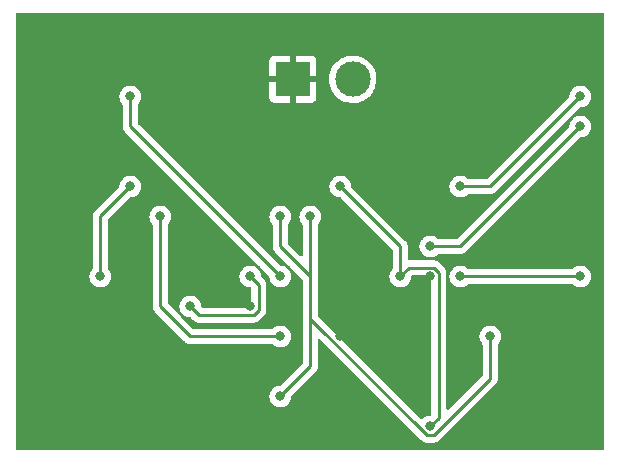
<source format=gbr>
%TF.GenerationSoftware,KiCad,Pcbnew,(6.0.10)*%
%TF.CreationDate,2023-02-17T13:08:41-08:00*%
%TF.ProjectId,Lab 6b,4c616220-3662-42e6-9b69-6361645f7063,rev?*%
%TF.SameCoordinates,Original*%
%TF.FileFunction,Copper,L2,Bot*%
%TF.FilePolarity,Positive*%
%FSLAX46Y46*%
G04 Gerber Fmt 4.6, Leading zero omitted, Abs format (unit mm)*
G04 Created by KiCad (PCBNEW (6.0.10)) date 2023-02-17 13:08:41*
%MOMM*%
%LPD*%
G01*
G04 APERTURE LIST*
%TA.AperFunction,ComponentPad*%
%ADD10R,3.000000X3.000000*%
%TD*%
%TA.AperFunction,ComponentPad*%
%ADD11C,3.000000*%
%TD*%
%TA.AperFunction,ViaPad*%
%ADD12C,0.800000*%
%TD*%
%TA.AperFunction,Conductor*%
%ADD13C,0.250000*%
%TD*%
G04 APERTURE END LIST*
D10*
%TO.P,J1,1,Pin_1*%
%TO.N,+9V*%
X125512500Y-77281250D03*
D11*
%TO.P,J1,2,Pin_2*%
%TO.N,GND*%
X130592500Y-77281250D03*
%TD*%
D12*
%TO.N,/pin_2*%
X114300000Y-88900000D03*
X129540000Y-86360000D03*
X134620000Y-93980000D03*
X137160000Y-106680000D03*
X109220000Y-93980000D03*
X111760000Y-86360000D03*
X124460000Y-99060000D03*
%TO.N,Net-(C2-Pad1)*%
X142240000Y-99060000D03*
X127000000Y-88900000D03*
X124460000Y-104140000D03*
X124460000Y-88900000D03*
%TO.N,Net-(D1-Pad1)*%
X149860000Y-78740000D03*
X139700000Y-86360000D03*
X139700000Y-86360000D03*
%TO.N,+9V*%
X121920000Y-96520000D03*
X129540000Y-99060000D03*
X137160000Y-86360000D03*
X134620000Y-88900000D03*
X116840000Y-93980000D03*
X137160000Y-93980000D03*
%TO.N,/pin_7*%
X111760000Y-78740000D03*
X116840000Y-96520000D03*
X124460000Y-93980000D03*
X121920000Y-93980000D03*
X116840000Y-96520000D03*
X121920000Y-93980000D03*
%TO.N,/pin_3*%
X139700000Y-93980000D03*
X149860000Y-81280000D03*
X137160000Y-91440000D03*
X149860000Y-93980000D03*
%TD*%
D13*
%TO.N,/pin_2*%
X137460305Y-93255000D02*
X137885000Y-93679695D01*
X134620000Y-93980000D02*
X135345000Y-93255000D01*
X134620000Y-91440000D02*
X134620000Y-93980000D01*
X135345000Y-93255000D02*
X137460305Y-93255000D01*
X116840000Y-99060000D02*
X114300000Y-96520000D01*
X109220000Y-93980000D02*
X109220000Y-88900000D01*
X137885000Y-105955000D02*
X137160000Y-106680000D01*
X124460000Y-99060000D02*
X116840000Y-99060000D01*
X114300000Y-96520000D02*
X114300000Y-88900000D01*
X109220000Y-88900000D02*
X111760000Y-86360000D01*
X129540000Y-86360000D02*
X134620000Y-91440000D01*
X137885000Y-93679695D02*
X137885000Y-105955000D01*
%TO.N,GND*%
X130592500Y-77281250D02*
X130998750Y-77281250D01*
%TO.N,Net-(C2-Pad1)*%
X124460000Y-88900000D02*
X124460000Y-91440000D01*
X136859695Y-107405000D02*
X137460305Y-107405000D01*
X142240000Y-102625305D02*
X142240000Y-99060000D01*
X137460305Y-107405000D02*
X142240000Y-102625305D01*
X127000000Y-97545305D02*
X136859695Y-107405000D01*
X127000000Y-93980000D02*
X127000000Y-101600000D01*
X124460000Y-91440000D02*
X127000000Y-93980000D01*
X127000000Y-88900000D02*
X127000000Y-97545305D01*
X127000000Y-101600000D02*
X124460000Y-104140000D01*
%TO.N,Net-(D1-Pad1)*%
X149860000Y-78740000D02*
X142240000Y-86360000D01*
X142240000Y-86360000D02*
X139700000Y-86360000D01*
%TO.N,+9V*%
X119380000Y-93980000D02*
X121920000Y-96520000D01*
X134620000Y-88900000D02*
X137160000Y-86360000D01*
X116840000Y-93980000D02*
X119380000Y-93980000D01*
X129540000Y-99060000D02*
X132080000Y-99060000D01*
X132080000Y-99060000D02*
X137160000Y-93980000D01*
%TO.N,/pin_7*%
X111760000Y-81280000D02*
X111760000Y-78740000D01*
X124460000Y-93980000D02*
X111760000Y-81280000D01*
X122645000Y-94705000D02*
X121920000Y-93980000D01*
X122220305Y-97245000D02*
X122645000Y-96820305D01*
X122645000Y-96820305D02*
X122645000Y-94705000D01*
X117565000Y-97245000D02*
X122220305Y-97245000D01*
X116840000Y-96520000D02*
X117565000Y-97245000D01*
%TO.N,/pin_3*%
X139700000Y-91440000D02*
X137160000Y-91440000D01*
X149860000Y-81280000D02*
X139700000Y-91440000D01*
X149860000Y-93980000D02*
X139700000Y-93980000D01*
%TD*%
%TA.AperFunction,Conductor*%
%TO.N,+9V*%
G36*
X151833621Y-71648502D02*
G01*
X151880114Y-71702158D01*
X151891500Y-71754500D01*
X151891500Y-108585500D01*
X151871498Y-108653621D01*
X151817842Y-108700114D01*
X151765500Y-108711500D01*
X102234500Y-108711500D01*
X102166379Y-108691498D01*
X102119886Y-108637842D01*
X102108500Y-108585500D01*
X102108500Y-104140000D01*
X123546496Y-104140000D01*
X123566458Y-104329928D01*
X123625473Y-104511556D01*
X123720960Y-104676944D01*
X123848747Y-104818866D01*
X124003248Y-104931118D01*
X124009276Y-104933802D01*
X124009278Y-104933803D01*
X124171681Y-105006109D01*
X124177712Y-105008794D01*
X124271113Y-105028647D01*
X124358056Y-105047128D01*
X124358061Y-105047128D01*
X124364513Y-105048500D01*
X124555487Y-105048500D01*
X124561939Y-105047128D01*
X124561944Y-105047128D01*
X124648888Y-105028647D01*
X124742288Y-105008794D01*
X124748319Y-105006109D01*
X124910722Y-104933803D01*
X124910724Y-104933802D01*
X124916752Y-104931118D01*
X125071253Y-104818866D01*
X125199040Y-104676944D01*
X125294527Y-104511556D01*
X125353542Y-104329928D01*
X125370907Y-104164706D01*
X125397920Y-104099050D01*
X125407122Y-104088782D01*
X127392247Y-102103657D01*
X127400537Y-102096113D01*
X127407018Y-102092000D01*
X127453659Y-102042332D01*
X127456413Y-102039491D01*
X127476134Y-102019770D01*
X127478612Y-102016575D01*
X127486318Y-102007553D01*
X127511158Y-101981101D01*
X127516586Y-101975321D01*
X127526346Y-101957568D01*
X127537199Y-101941045D01*
X127544753Y-101931306D01*
X127549613Y-101925041D01*
X127567176Y-101884457D01*
X127572383Y-101873827D01*
X127593695Y-101835060D01*
X127595666Y-101827383D01*
X127595668Y-101827378D01*
X127598732Y-101815442D01*
X127605138Y-101796730D01*
X127610034Y-101785417D01*
X127613181Y-101778145D01*
X127620097Y-101734481D01*
X127622504Y-101722860D01*
X127631528Y-101687711D01*
X127631528Y-101687710D01*
X127633500Y-101680030D01*
X127633500Y-101659769D01*
X127635051Y-101640058D01*
X127636979Y-101627885D01*
X127638219Y-101620057D01*
X127634059Y-101576046D01*
X127633500Y-101564189D01*
X127633500Y-99378899D01*
X127653502Y-99310778D01*
X127707158Y-99264285D01*
X127777432Y-99254181D01*
X127842012Y-99283675D01*
X127848595Y-99289804D01*
X136356038Y-107797247D01*
X136363582Y-107805537D01*
X136367695Y-107812018D01*
X136373472Y-107817443D01*
X136417362Y-107858658D01*
X136420204Y-107861413D01*
X136439925Y-107881134D01*
X136443120Y-107883612D01*
X136452142Y-107891318D01*
X136484374Y-107921586D01*
X136491323Y-107925406D01*
X136502127Y-107931346D01*
X136518651Y-107942199D01*
X136534654Y-107954613D01*
X136575238Y-107972176D01*
X136585868Y-107977383D01*
X136624635Y-107998695D01*
X136632312Y-108000666D01*
X136632317Y-108000668D01*
X136644253Y-108003732D01*
X136662961Y-108010137D01*
X136681550Y-108018181D01*
X136689375Y-108019420D01*
X136689377Y-108019421D01*
X136725214Y-108025097D01*
X136736835Y-108027504D01*
X136768654Y-108035673D01*
X136779665Y-108038500D01*
X136799926Y-108038500D01*
X136819635Y-108040051D01*
X136839638Y-108043219D01*
X136847530Y-108042473D01*
X136852757Y-108041979D01*
X136883649Y-108039059D01*
X136895506Y-108038500D01*
X137381538Y-108038500D01*
X137392721Y-108039027D01*
X137400214Y-108040702D01*
X137408140Y-108040453D01*
X137408141Y-108040453D01*
X137468291Y-108038562D01*
X137472250Y-108038500D01*
X137500161Y-108038500D01*
X137504096Y-108038003D01*
X137504161Y-108037995D01*
X137515998Y-108037062D01*
X137548256Y-108036048D01*
X137552275Y-108035922D01*
X137560194Y-108035673D01*
X137579648Y-108030021D01*
X137599005Y-108026013D01*
X137611235Y-108024468D01*
X137611236Y-108024468D01*
X137619102Y-108023474D01*
X137626473Y-108020555D01*
X137626475Y-108020555D01*
X137660217Y-108007196D01*
X137671447Y-108003351D01*
X137706288Y-107993229D01*
X137706289Y-107993229D01*
X137713898Y-107991018D01*
X137720717Y-107986985D01*
X137720722Y-107986983D01*
X137731333Y-107980707D01*
X137749081Y-107972012D01*
X137767922Y-107964552D01*
X137788292Y-107949753D01*
X137803692Y-107938564D01*
X137813612Y-107932048D01*
X137844840Y-107913580D01*
X137844843Y-107913578D01*
X137851667Y-107909542D01*
X137865988Y-107895221D01*
X137881022Y-107882380D01*
X137882737Y-107881134D01*
X137897412Y-107870472D01*
X137925603Y-107836395D01*
X137933593Y-107827616D01*
X142632247Y-103128962D01*
X142640537Y-103121418D01*
X142647018Y-103117305D01*
X142693659Y-103067637D01*
X142696413Y-103064796D01*
X142716134Y-103045075D01*
X142718612Y-103041880D01*
X142726318Y-103032858D01*
X142751158Y-103006406D01*
X142756586Y-103000626D01*
X142766346Y-102982873D01*
X142777199Y-102966350D01*
X142784753Y-102956611D01*
X142789613Y-102950346D01*
X142807176Y-102909762D01*
X142812383Y-102899132D01*
X142833695Y-102860365D01*
X142835666Y-102852688D01*
X142835668Y-102852683D01*
X142838732Y-102840747D01*
X142845138Y-102822035D01*
X142850034Y-102810722D01*
X142853181Y-102803450D01*
X142860097Y-102759786D01*
X142862504Y-102748165D01*
X142871528Y-102713016D01*
X142871528Y-102713015D01*
X142873500Y-102705335D01*
X142873500Y-102685074D01*
X142875051Y-102665363D01*
X142876979Y-102653190D01*
X142878219Y-102645362D01*
X142874059Y-102601351D01*
X142873500Y-102589494D01*
X142873500Y-99762524D01*
X142893502Y-99694403D01*
X142905858Y-99678221D01*
X142979040Y-99596944D01*
X143054053Y-99467018D01*
X143071223Y-99437279D01*
X143071224Y-99437278D01*
X143074527Y-99431556D01*
X143133542Y-99249928D01*
X143153504Y-99060000D01*
X143133542Y-98870072D01*
X143074527Y-98688444D01*
X142979040Y-98523056D01*
X142851253Y-98381134D01*
X142696752Y-98268882D01*
X142690724Y-98266198D01*
X142690722Y-98266197D01*
X142528319Y-98193891D01*
X142528318Y-98193891D01*
X142522288Y-98191206D01*
X142428888Y-98171353D01*
X142341944Y-98152872D01*
X142341939Y-98152872D01*
X142335487Y-98151500D01*
X142144513Y-98151500D01*
X142138061Y-98152872D01*
X142138056Y-98152872D01*
X142051112Y-98171353D01*
X141957712Y-98191206D01*
X141951682Y-98193891D01*
X141951681Y-98193891D01*
X141789278Y-98266197D01*
X141789276Y-98266198D01*
X141783248Y-98268882D01*
X141628747Y-98381134D01*
X141500960Y-98523056D01*
X141405473Y-98688444D01*
X141346458Y-98870072D01*
X141326496Y-99060000D01*
X141346458Y-99249928D01*
X141405473Y-99431556D01*
X141408776Y-99437278D01*
X141408777Y-99437279D01*
X141425947Y-99467018D01*
X141500960Y-99596944D01*
X141574137Y-99678215D01*
X141604853Y-99742221D01*
X141606500Y-99762524D01*
X141606500Y-102310710D01*
X141586498Y-102378831D01*
X141569595Y-102399805D01*
X138733595Y-105235805D01*
X138671283Y-105269831D01*
X138600468Y-105264766D01*
X138543632Y-105222219D01*
X138518821Y-105155699D01*
X138518500Y-105146710D01*
X138518500Y-93980000D01*
X138786496Y-93980000D01*
X138806458Y-94169928D01*
X138865473Y-94351556D01*
X138960960Y-94516944D01*
X138965378Y-94521851D01*
X138965379Y-94521852D01*
X139047899Y-94613500D01*
X139088747Y-94658866D01*
X139138520Y-94695028D01*
X139234953Y-94765091D01*
X139243248Y-94771118D01*
X139249276Y-94773802D01*
X139249278Y-94773803D01*
X139271658Y-94783767D01*
X139417712Y-94848794D01*
X139511113Y-94868647D01*
X139598056Y-94887128D01*
X139598061Y-94887128D01*
X139604513Y-94888500D01*
X139795487Y-94888500D01*
X139801939Y-94887128D01*
X139801944Y-94887128D01*
X139888888Y-94868647D01*
X139982288Y-94848794D01*
X140128342Y-94783767D01*
X140150722Y-94773803D01*
X140150724Y-94773802D01*
X140156752Y-94771118D01*
X140165048Y-94765091D01*
X140302612Y-94665144D01*
X140311253Y-94658866D01*
X140315668Y-94653963D01*
X140320580Y-94649540D01*
X140321705Y-94650789D01*
X140375014Y-94617949D01*
X140408200Y-94613500D01*
X149151800Y-94613500D01*
X149219921Y-94633502D01*
X149239147Y-94649843D01*
X149239420Y-94649540D01*
X149244332Y-94653963D01*
X149248747Y-94658866D01*
X149257388Y-94665144D01*
X149394953Y-94765091D01*
X149403248Y-94771118D01*
X149409276Y-94773802D01*
X149409278Y-94773803D01*
X149431658Y-94783767D01*
X149577712Y-94848794D01*
X149671113Y-94868647D01*
X149758056Y-94887128D01*
X149758061Y-94887128D01*
X149764513Y-94888500D01*
X149955487Y-94888500D01*
X149961939Y-94887128D01*
X149961944Y-94887128D01*
X150048888Y-94868647D01*
X150142288Y-94848794D01*
X150288342Y-94783767D01*
X150310722Y-94773803D01*
X150310724Y-94773802D01*
X150316752Y-94771118D01*
X150325048Y-94765091D01*
X150421480Y-94695028D01*
X150471253Y-94658866D01*
X150512101Y-94613500D01*
X150594621Y-94521852D01*
X150594622Y-94521851D01*
X150599040Y-94516944D01*
X150694527Y-94351556D01*
X150753542Y-94169928D01*
X150773504Y-93980000D01*
X150770907Y-93955293D01*
X150754232Y-93796635D01*
X150754232Y-93796633D01*
X150753542Y-93790072D01*
X150694527Y-93608444D01*
X150599040Y-93443056D01*
X150560389Y-93400129D01*
X150475675Y-93306045D01*
X150475674Y-93306044D01*
X150471253Y-93301134D01*
X150316752Y-93188882D01*
X150310724Y-93186198D01*
X150310722Y-93186197D01*
X150148319Y-93113891D01*
X150148318Y-93113891D01*
X150142288Y-93111206D01*
X150048887Y-93091353D01*
X149961944Y-93072872D01*
X149961939Y-93072872D01*
X149955487Y-93071500D01*
X149764513Y-93071500D01*
X149758061Y-93072872D01*
X149758056Y-93072872D01*
X149671113Y-93091353D01*
X149577712Y-93111206D01*
X149571682Y-93113891D01*
X149571681Y-93113891D01*
X149409278Y-93186197D01*
X149409276Y-93186198D01*
X149403248Y-93188882D01*
X149248747Y-93301134D01*
X149244332Y-93306037D01*
X149239420Y-93310460D01*
X149238295Y-93309211D01*
X149184986Y-93342051D01*
X149151800Y-93346500D01*
X140408200Y-93346500D01*
X140340079Y-93326498D01*
X140320853Y-93310157D01*
X140320580Y-93310460D01*
X140315668Y-93306037D01*
X140311253Y-93301134D01*
X140156752Y-93188882D01*
X140150724Y-93186198D01*
X140150722Y-93186197D01*
X139988319Y-93113891D01*
X139988318Y-93113891D01*
X139982288Y-93111206D01*
X139888887Y-93091353D01*
X139801944Y-93072872D01*
X139801939Y-93072872D01*
X139795487Y-93071500D01*
X139604513Y-93071500D01*
X139598061Y-93072872D01*
X139598056Y-93072872D01*
X139511113Y-93091353D01*
X139417712Y-93111206D01*
X139411682Y-93113891D01*
X139411681Y-93113891D01*
X139249278Y-93186197D01*
X139249276Y-93186198D01*
X139243248Y-93188882D01*
X139088747Y-93301134D01*
X139084326Y-93306044D01*
X139084325Y-93306045D01*
X138999612Y-93400129D01*
X138960960Y-93443056D01*
X138865473Y-93608444D01*
X138806458Y-93790072D01*
X138805768Y-93796633D01*
X138805768Y-93796635D01*
X138789093Y-93955293D01*
X138786496Y-93980000D01*
X138518500Y-93980000D01*
X138518500Y-93758458D01*
X138519027Y-93747274D01*
X138520701Y-93739786D01*
X138518562Y-93671727D01*
X138518500Y-93667770D01*
X138518500Y-93639839D01*
X138517994Y-93635833D01*
X138517061Y-93623987D01*
X138515922Y-93587732D01*
X138515673Y-93579805D01*
X138510022Y-93560353D01*
X138506014Y-93541001D01*
X138504468Y-93528763D01*
X138504467Y-93528761D01*
X138503474Y-93520898D01*
X138487194Y-93479781D01*
X138483359Y-93468580D01*
X138471018Y-93426101D01*
X138466985Y-93419282D01*
X138466983Y-93419277D01*
X138460707Y-93408666D01*
X138452010Y-93390916D01*
X138444552Y-93372078D01*
X138418571Y-93336318D01*
X138412053Y-93326396D01*
X138393578Y-93295155D01*
X138393574Y-93295150D01*
X138389542Y-93288332D01*
X138375218Y-93274008D01*
X138362376Y-93258973D01*
X138350472Y-93242588D01*
X138316406Y-93214406D01*
X138307627Y-93206417D01*
X137963957Y-92862747D01*
X137956417Y-92854461D01*
X137952305Y-92847982D01*
X137902653Y-92801356D01*
X137899812Y-92798602D01*
X137880075Y-92778865D01*
X137876878Y-92776385D01*
X137867856Y-92768680D01*
X137841405Y-92743841D01*
X137835626Y-92738414D01*
X137828680Y-92734595D01*
X137828677Y-92734593D01*
X137817871Y-92728652D01*
X137801352Y-92717801D01*
X137800888Y-92717441D01*
X137785346Y-92705386D01*
X137778077Y-92702241D01*
X137778073Y-92702238D01*
X137744768Y-92687826D01*
X137734118Y-92682609D01*
X137695365Y-92661305D01*
X137675742Y-92656267D01*
X137657039Y-92649863D01*
X137645725Y-92644967D01*
X137645724Y-92644967D01*
X137638450Y-92641819D01*
X137630627Y-92640580D01*
X137630617Y-92640577D01*
X137594781Y-92634901D01*
X137583161Y-92632495D01*
X137548016Y-92623472D01*
X137548015Y-92623472D01*
X137540335Y-92621500D01*
X137520081Y-92621500D01*
X137500370Y-92619949D01*
X137488191Y-92618020D01*
X137480362Y-92616780D01*
X137451091Y-92619547D01*
X137436344Y-92620941D01*
X137424486Y-92621500D01*
X135423767Y-92621500D01*
X135412584Y-92620973D01*
X135405091Y-92619298D01*
X135397166Y-92619547D01*
X135397165Y-92619547D01*
X135391062Y-92619739D01*
X135383459Y-92619978D01*
X135314743Y-92602126D01*
X135266587Y-92549957D01*
X135253500Y-92494040D01*
X135253500Y-91518767D01*
X135254027Y-91507584D01*
X135255702Y-91500091D01*
X135254942Y-91475892D01*
X135253814Y-91440000D01*
X136246496Y-91440000D01*
X136266458Y-91629928D01*
X136325473Y-91811556D01*
X136328776Y-91817278D01*
X136328777Y-91817279D01*
X136345176Y-91845683D01*
X136420960Y-91976944D01*
X136425378Y-91981851D01*
X136425379Y-91981852D01*
X136507452Y-92073003D01*
X136548747Y-92118866D01*
X136703248Y-92231118D01*
X136709276Y-92233802D01*
X136709278Y-92233803D01*
X136713090Y-92235500D01*
X136877712Y-92308794D01*
X136971112Y-92328647D01*
X137058056Y-92347128D01*
X137058061Y-92347128D01*
X137064513Y-92348500D01*
X137255487Y-92348500D01*
X137261939Y-92347128D01*
X137261944Y-92347128D01*
X137348888Y-92328647D01*
X137442288Y-92308794D01*
X137606910Y-92235500D01*
X137610722Y-92233803D01*
X137610724Y-92233802D01*
X137616752Y-92231118D01*
X137771253Y-92118866D01*
X137775668Y-92113963D01*
X137780580Y-92109540D01*
X137781705Y-92110789D01*
X137835014Y-92077949D01*
X137868200Y-92073500D01*
X139621233Y-92073500D01*
X139632416Y-92074027D01*
X139639909Y-92075702D01*
X139647835Y-92075453D01*
X139647836Y-92075453D01*
X139707986Y-92073562D01*
X139711945Y-92073500D01*
X139739856Y-92073500D01*
X139743791Y-92073003D01*
X139743856Y-92072995D01*
X139755693Y-92072062D01*
X139787951Y-92071048D01*
X139791970Y-92070922D01*
X139799889Y-92070673D01*
X139819343Y-92065021D01*
X139838700Y-92061013D01*
X139850930Y-92059468D01*
X139850931Y-92059468D01*
X139858797Y-92058474D01*
X139866168Y-92055555D01*
X139866170Y-92055555D01*
X139899912Y-92042196D01*
X139911142Y-92038351D01*
X139945983Y-92028229D01*
X139945984Y-92028229D01*
X139953593Y-92026018D01*
X139960412Y-92021985D01*
X139960417Y-92021983D01*
X139971028Y-92015707D01*
X139988776Y-92007012D01*
X140007617Y-91999552D01*
X140043387Y-91973564D01*
X140053307Y-91967048D01*
X140084535Y-91948580D01*
X140084538Y-91948578D01*
X140091362Y-91944542D01*
X140105683Y-91930221D01*
X140120717Y-91917380D01*
X140130694Y-91910131D01*
X140137107Y-91905472D01*
X140165298Y-91871395D01*
X140173288Y-91862616D01*
X149810500Y-82225405D01*
X149872812Y-82191379D01*
X149899595Y-82188500D01*
X149955487Y-82188500D01*
X149961939Y-82187128D01*
X149961944Y-82187128D01*
X150048888Y-82168647D01*
X150142288Y-82148794D01*
X150148319Y-82146109D01*
X150310722Y-82073803D01*
X150310724Y-82073802D01*
X150316752Y-82071118D01*
X150471253Y-81958866D01*
X150599040Y-81816944D01*
X150674824Y-81685683D01*
X150691223Y-81657279D01*
X150691224Y-81657278D01*
X150694527Y-81651556D01*
X150753542Y-81469928D01*
X150773504Y-81280000D01*
X150753542Y-81090072D01*
X150694527Y-80908444D01*
X150599040Y-80743056D01*
X150471253Y-80601134D01*
X150316752Y-80488882D01*
X150310724Y-80486198D01*
X150310722Y-80486197D01*
X150148319Y-80413891D01*
X150148318Y-80413891D01*
X150142288Y-80411206D01*
X150048888Y-80391353D01*
X149961944Y-80372872D01*
X149961939Y-80372872D01*
X149955487Y-80371500D01*
X149764513Y-80371500D01*
X149758061Y-80372872D01*
X149758056Y-80372872D01*
X149671112Y-80391353D01*
X149577712Y-80411206D01*
X149571682Y-80413891D01*
X149571681Y-80413891D01*
X149409278Y-80486197D01*
X149409276Y-80486198D01*
X149403248Y-80488882D01*
X149397907Y-80492762D01*
X149397906Y-80492763D01*
X149249515Y-80600576D01*
X149243450Y-80602740D01*
X149229229Y-80622811D01*
X149120960Y-80743056D01*
X149025473Y-80908444D01*
X148966458Y-81090072D01*
X148965768Y-81096633D01*
X148965768Y-81096635D01*
X148949093Y-81255293D01*
X148922080Y-81320950D01*
X148912878Y-81331218D01*
X139474500Y-90769595D01*
X139412188Y-90803621D01*
X139385405Y-90806500D01*
X137868200Y-90806500D01*
X137800079Y-90786498D01*
X137780853Y-90770157D01*
X137780580Y-90770460D01*
X137775668Y-90766037D01*
X137771253Y-90761134D01*
X137616752Y-90648882D01*
X137610724Y-90646198D01*
X137610722Y-90646197D01*
X137448319Y-90573891D01*
X137448318Y-90573891D01*
X137442288Y-90571206D01*
X137348887Y-90551353D01*
X137261944Y-90532872D01*
X137261939Y-90532872D01*
X137255487Y-90531500D01*
X137064513Y-90531500D01*
X137058061Y-90532872D01*
X137058056Y-90532872D01*
X136971113Y-90551353D01*
X136877712Y-90571206D01*
X136871682Y-90573891D01*
X136871681Y-90573891D01*
X136709278Y-90646197D01*
X136709276Y-90646198D01*
X136703248Y-90648882D01*
X136548747Y-90761134D01*
X136544326Y-90766044D01*
X136544325Y-90766045D01*
X136510492Y-90803621D01*
X136420960Y-90903056D01*
X136417659Y-90908774D01*
X136340148Y-91043027D01*
X136325473Y-91068444D01*
X136266458Y-91250072D01*
X136246496Y-91440000D01*
X135253814Y-91440000D01*
X135253562Y-91432001D01*
X135253500Y-91428043D01*
X135253500Y-91400144D01*
X135252996Y-91396153D01*
X135252063Y-91384311D01*
X135251711Y-91373093D01*
X135250674Y-91340111D01*
X135248462Y-91332497D01*
X135248461Y-91332492D01*
X135245023Y-91320659D01*
X135241012Y-91301295D01*
X135239467Y-91289064D01*
X135238474Y-91281203D01*
X135235557Y-91273836D01*
X135235556Y-91273831D01*
X135222198Y-91240092D01*
X135218354Y-91228865D01*
X135208230Y-91194022D01*
X135206018Y-91186407D01*
X135201697Y-91179100D01*
X135195707Y-91168972D01*
X135187012Y-91151224D01*
X135179552Y-91132383D01*
X135153564Y-91096613D01*
X135147048Y-91086693D01*
X135128580Y-91055465D01*
X135128578Y-91055462D01*
X135124542Y-91048638D01*
X135110221Y-91034317D01*
X135097380Y-91019283D01*
X135090131Y-91009306D01*
X135085472Y-91002893D01*
X135051395Y-90974702D01*
X135042616Y-90966712D01*
X130487122Y-86411217D01*
X130459155Y-86360000D01*
X138786496Y-86360000D01*
X138806458Y-86549928D01*
X138865473Y-86731556D01*
X138960960Y-86896944D01*
X138965378Y-86901851D01*
X138965379Y-86901852D01*
X139047452Y-86993003D01*
X139088747Y-87038866D01*
X139243248Y-87151118D01*
X139249276Y-87153802D01*
X139249278Y-87153803D01*
X139411681Y-87226109D01*
X139417712Y-87228794D01*
X139511113Y-87248647D01*
X139598056Y-87267128D01*
X139598061Y-87267128D01*
X139604513Y-87268500D01*
X139795487Y-87268500D01*
X139801939Y-87267128D01*
X139801944Y-87267128D01*
X139888888Y-87248647D01*
X139982288Y-87228794D01*
X139988319Y-87226109D01*
X140150722Y-87153803D01*
X140150724Y-87153802D01*
X140156752Y-87151118D01*
X140311253Y-87038866D01*
X140315668Y-87033963D01*
X140320580Y-87029540D01*
X140321705Y-87030789D01*
X140375014Y-86997949D01*
X140408200Y-86993500D01*
X142161233Y-86993500D01*
X142172416Y-86994027D01*
X142179909Y-86995702D01*
X142187835Y-86995453D01*
X142187836Y-86995453D01*
X142247986Y-86993562D01*
X142251945Y-86993500D01*
X142279856Y-86993500D01*
X142283791Y-86993003D01*
X142283856Y-86992995D01*
X142295693Y-86992062D01*
X142327951Y-86991048D01*
X142331970Y-86990922D01*
X142339889Y-86990673D01*
X142359343Y-86985021D01*
X142378700Y-86981013D01*
X142390930Y-86979468D01*
X142390931Y-86979468D01*
X142398797Y-86978474D01*
X142406168Y-86975555D01*
X142406170Y-86975555D01*
X142439912Y-86962196D01*
X142451142Y-86958351D01*
X142485983Y-86948229D01*
X142485984Y-86948229D01*
X142493593Y-86946018D01*
X142500412Y-86941985D01*
X142500417Y-86941983D01*
X142511028Y-86935707D01*
X142528776Y-86927012D01*
X142547617Y-86919552D01*
X142583387Y-86893564D01*
X142593307Y-86887048D01*
X142624535Y-86868580D01*
X142624538Y-86868578D01*
X142631362Y-86864542D01*
X142645683Y-86850221D01*
X142660717Y-86837380D01*
X142670694Y-86830131D01*
X142677107Y-86825472D01*
X142705298Y-86791395D01*
X142713288Y-86782616D01*
X149046498Y-80449406D01*
X149069852Y-80436654D01*
X149075674Y-80421699D01*
X149086359Y-80409545D01*
X149810499Y-79685405D01*
X149872811Y-79651379D01*
X149899594Y-79648500D01*
X149955487Y-79648500D01*
X149961939Y-79647128D01*
X149961944Y-79647128D01*
X150048887Y-79628647D01*
X150142288Y-79608794D01*
X150148319Y-79606109D01*
X150310722Y-79533803D01*
X150310724Y-79533802D01*
X150316752Y-79531118D01*
X150471253Y-79418866D01*
X150585768Y-79291684D01*
X150594621Y-79281852D01*
X150594625Y-79281847D01*
X150599040Y-79276944D01*
X150694527Y-79111556D01*
X150753542Y-78929928D01*
X150773504Y-78740000D01*
X150753542Y-78550072D01*
X150694527Y-78368444D01*
X150599040Y-78203056D01*
X150527030Y-78123080D01*
X150475675Y-78066045D01*
X150475674Y-78066044D01*
X150471253Y-78061134D01*
X150316752Y-77948882D01*
X150310724Y-77946198D01*
X150310722Y-77946197D01*
X150148319Y-77873891D01*
X150148318Y-77873891D01*
X150142288Y-77871206D01*
X150048888Y-77851353D01*
X149961944Y-77832872D01*
X149961939Y-77832872D01*
X149955487Y-77831500D01*
X149764513Y-77831500D01*
X149758061Y-77832872D01*
X149758056Y-77832872D01*
X149671112Y-77851353D01*
X149577712Y-77871206D01*
X149571682Y-77873891D01*
X149571681Y-77873891D01*
X149409278Y-77946197D01*
X149409276Y-77946198D01*
X149403248Y-77948882D01*
X149248747Y-78061134D01*
X149244326Y-78066044D01*
X149244325Y-78066045D01*
X149192971Y-78123080D01*
X149120960Y-78203056D01*
X149025473Y-78368444D01*
X148966458Y-78550072D01*
X148965768Y-78556633D01*
X148965768Y-78556635D01*
X148949093Y-78715292D01*
X148922080Y-78780949D01*
X148912878Y-78791217D01*
X142014500Y-85689595D01*
X141952188Y-85723621D01*
X141925405Y-85726500D01*
X140408200Y-85726500D01*
X140340079Y-85706498D01*
X140320853Y-85690157D01*
X140320580Y-85690460D01*
X140315668Y-85686037D01*
X140311253Y-85681134D01*
X140156752Y-85568882D01*
X140150724Y-85566198D01*
X140150722Y-85566197D01*
X139988319Y-85493891D01*
X139988318Y-85493891D01*
X139982288Y-85491206D01*
X139888887Y-85471353D01*
X139801944Y-85452872D01*
X139801939Y-85452872D01*
X139795487Y-85451500D01*
X139604513Y-85451500D01*
X139598061Y-85452872D01*
X139598056Y-85452872D01*
X139511112Y-85471353D01*
X139417712Y-85491206D01*
X139411682Y-85493891D01*
X139411681Y-85493891D01*
X139249278Y-85566197D01*
X139249276Y-85566198D01*
X139243248Y-85568882D01*
X139088747Y-85681134D01*
X139084326Y-85686044D01*
X139084325Y-85686045D01*
X139050492Y-85723621D01*
X138960960Y-85823056D01*
X138865473Y-85988444D01*
X138806458Y-86170072D01*
X138786496Y-86360000D01*
X130459155Y-86360000D01*
X130453096Y-86348905D01*
X130450907Y-86335292D01*
X130434232Y-86176635D01*
X130434232Y-86176633D01*
X130433542Y-86170072D01*
X130374527Y-85988444D01*
X130279040Y-85823056D01*
X130189509Y-85723621D01*
X130155675Y-85686045D01*
X130155674Y-85686044D01*
X130151253Y-85681134D01*
X129996752Y-85568882D01*
X129990724Y-85566198D01*
X129990722Y-85566197D01*
X129828319Y-85493891D01*
X129828318Y-85493891D01*
X129822288Y-85491206D01*
X129728887Y-85471353D01*
X129641944Y-85452872D01*
X129641939Y-85452872D01*
X129635487Y-85451500D01*
X129444513Y-85451500D01*
X129438061Y-85452872D01*
X129438056Y-85452872D01*
X129351113Y-85471353D01*
X129257712Y-85491206D01*
X129251682Y-85493891D01*
X129251681Y-85493891D01*
X129089278Y-85566197D01*
X129089276Y-85566198D01*
X129083248Y-85568882D01*
X128928747Y-85681134D01*
X128924326Y-85686044D01*
X128924325Y-85686045D01*
X128890492Y-85723621D01*
X128800960Y-85823056D01*
X128705473Y-85988444D01*
X128646458Y-86170072D01*
X128626496Y-86360000D01*
X128646458Y-86549928D01*
X128705473Y-86731556D01*
X128800960Y-86896944D01*
X128805378Y-86901851D01*
X128805379Y-86901852D01*
X128887452Y-86993003D01*
X128928747Y-87038866D01*
X129083248Y-87151118D01*
X129089276Y-87153802D01*
X129089278Y-87153803D01*
X129251681Y-87226109D01*
X129257712Y-87228794D01*
X129351113Y-87248647D01*
X129438056Y-87267128D01*
X129438061Y-87267128D01*
X129444513Y-87268500D01*
X129500406Y-87268500D01*
X129568527Y-87288502D01*
X129589501Y-87305405D01*
X133949595Y-91665500D01*
X133983621Y-91727812D01*
X133986500Y-91754595D01*
X133986500Y-93277476D01*
X133966498Y-93345597D01*
X133954142Y-93361779D01*
X133880960Y-93443056D01*
X133785473Y-93608444D01*
X133726458Y-93790072D01*
X133725768Y-93796633D01*
X133725768Y-93796635D01*
X133709093Y-93955293D01*
X133706496Y-93980000D01*
X133726458Y-94169928D01*
X133785473Y-94351556D01*
X133880960Y-94516944D01*
X133885378Y-94521851D01*
X133885379Y-94521852D01*
X133967899Y-94613500D01*
X134008747Y-94658866D01*
X134058520Y-94695028D01*
X134154953Y-94765091D01*
X134163248Y-94771118D01*
X134169276Y-94773802D01*
X134169278Y-94773803D01*
X134191658Y-94783767D01*
X134337712Y-94848794D01*
X134431113Y-94868647D01*
X134518056Y-94887128D01*
X134518061Y-94887128D01*
X134524513Y-94888500D01*
X134715487Y-94888500D01*
X134721939Y-94887128D01*
X134721944Y-94887128D01*
X134808888Y-94868647D01*
X134902288Y-94848794D01*
X135048342Y-94783767D01*
X135070722Y-94773803D01*
X135070724Y-94773802D01*
X135076752Y-94771118D01*
X135085048Y-94765091D01*
X135181480Y-94695028D01*
X135231253Y-94658866D01*
X135272101Y-94613500D01*
X135354621Y-94521852D01*
X135354622Y-94521851D01*
X135359040Y-94516944D01*
X135454527Y-94351556D01*
X135513542Y-94169928D01*
X135530907Y-94004707D01*
X135557920Y-93939051D01*
X135567135Y-93928769D01*
X135570514Y-93925391D01*
X135632831Y-93891376D01*
X135659596Y-93888500D01*
X137125500Y-93888500D01*
X137193621Y-93908502D01*
X137240114Y-93962158D01*
X137251500Y-94014500D01*
X137251500Y-105640406D01*
X137231498Y-105708527D01*
X137214595Y-105729501D01*
X137209501Y-105734595D01*
X137147189Y-105768621D01*
X137120406Y-105771500D01*
X137064513Y-105771500D01*
X137058061Y-105772872D01*
X137058056Y-105772872D01*
X136971113Y-105791353D01*
X136877712Y-105811206D01*
X136871682Y-105813891D01*
X136871681Y-105813891D01*
X136709278Y-105886197D01*
X136709276Y-105886198D01*
X136703248Y-105888882D01*
X136548747Y-106001134D01*
X136544240Y-106006140D01*
X136544177Y-106006179D01*
X136539423Y-106010459D01*
X136538640Y-106009589D01*
X136483792Y-106043374D01*
X136412808Y-106042017D01*
X136361516Y-106010916D01*
X127670405Y-97319805D01*
X127636379Y-97257493D01*
X127633500Y-97230710D01*
X127633500Y-94058763D01*
X127634027Y-94047579D01*
X127635701Y-94040091D01*
X127633562Y-93972032D01*
X127633500Y-93968075D01*
X127633500Y-89602524D01*
X127653502Y-89534403D01*
X127665858Y-89518221D01*
X127739040Y-89436944D01*
X127834527Y-89271556D01*
X127893542Y-89089928D01*
X127913504Y-88900000D01*
X127904285Y-88812289D01*
X127894232Y-88716635D01*
X127894232Y-88716633D01*
X127893542Y-88710072D01*
X127834527Y-88528444D01*
X127739040Y-88363056D01*
X127611253Y-88221134D01*
X127456752Y-88108882D01*
X127450724Y-88106198D01*
X127450722Y-88106197D01*
X127288319Y-88033891D01*
X127288318Y-88033891D01*
X127282288Y-88031206D01*
X127188887Y-88011353D01*
X127101944Y-87992872D01*
X127101939Y-87992872D01*
X127095487Y-87991500D01*
X126904513Y-87991500D01*
X126898061Y-87992872D01*
X126898056Y-87992872D01*
X126811112Y-88011353D01*
X126717712Y-88031206D01*
X126711682Y-88033891D01*
X126711681Y-88033891D01*
X126549278Y-88106197D01*
X126549276Y-88106198D01*
X126543248Y-88108882D01*
X126388747Y-88221134D01*
X126260960Y-88363056D01*
X126165473Y-88528444D01*
X126106458Y-88710072D01*
X126105768Y-88716633D01*
X126105768Y-88716635D01*
X126095715Y-88812289D01*
X126086496Y-88900000D01*
X126106458Y-89089928D01*
X126165473Y-89271556D01*
X126260960Y-89436944D01*
X126334137Y-89518215D01*
X126364853Y-89582221D01*
X126366500Y-89602524D01*
X126366500Y-92146405D01*
X126346498Y-92214526D01*
X126292842Y-92261019D01*
X126222568Y-92271123D01*
X126157988Y-92241629D01*
X126151405Y-92235500D01*
X125130405Y-91214500D01*
X125096379Y-91152188D01*
X125093500Y-91125405D01*
X125093500Y-89602524D01*
X125113502Y-89534403D01*
X125125858Y-89518221D01*
X125199040Y-89436944D01*
X125294527Y-89271556D01*
X125353542Y-89089928D01*
X125373504Y-88900000D01*
X125364285Y-88812289D01*
X125354232Y-88716635D01*
X125354232Y-88716633D01*
X125353542Y-88710072D01*
X125294527Y-88528444D01*
X125199040Y-88363056D01*
X125071253Y-88221134D01*
X124916752Y-88108882D01*
X124910724Y-88106198D01*
X124910722Y-88106197D01*
X124748319Y-88033891D01*
X124748318Y-88033891D01*
X124742288Y-88031206D01*
X124648887Y-88011353D01*
X124561944Y-87992872D01*
X124561939Y-87992872D01*
X124555487Y-87991500D01*
X124364513Y-87991500D01*
X124358061Y-87992872D01*
X124358056Y-87992872D01*
X124271112Y-88011353D01*
X124177712Y-88031206D01*
X124171682Y-88033891D01*
X124171681Y-88033891D01*
X124009278Y-88106197D01*
X124009276Y-88106198D01*
X124003248Y-88108882D01*
X123848747Y-88221134D01*
X123720960Y-88363056D01*
X123625473Y-88528444D01*
X123566458Y-88710072D01*
X123565768Y-88716633D01*
X123565768Y-88716635D01*
X123555715Y-88812289D01*
X123546496Y-88900000D01*
X123566458Y-89089928D01*
X123625473Y-89271556D01*
X123720960Y-89436944D01*
X123794137Y-89518215D01*
X123824853Y-89582221D01*
X123826500Y-89602524D01*
X123826500Y-91361233D01*
X123825973Y-91372416D01*
X123824298Y-91379909D01*
X123824547Y-91387835D01*
X123824547Y-91387836D01*
X123826438Y-91447986D01*
X123826500Y-91451945D01*
X123826500Y-91479856D01*
X123826997Y-91483790D01*
X123826997Y-91483791D01*
X123827005Y-91483856D01*
X123827938Y-91495693D01*
X123829327Y-91539889D01*
X123834978Y-91559339D01*
X123838987Y-91578700D01*
X123841526Y-91598797D01*
X123844445Y-91606168D01*
X123844445Y-91606170D01*
X123857804Y-91639912D01*
X123861649Y-91651142D01*
X123873982Y-91693593D01*
X123878015Y-91700412D01*
X123878017Y-91700417D01*
X123884293Y-91711028D01*
X123892988Y-91728776D01*
X123900448Y-91747617D01*
X123905110Y-91754033D01*
X123905110Y-91754034D01*
X123926436Y-91783387D01*
X123932952Y-91793307D01*
X123943745Y-91811556D01*
X123955458Y-91831362D01*
X123969779Y-91845683D01*
X123982619Y-91860716D01*
X123994528Y-91877107D01*
X124028605Y-91905298D01*
X124037384Y-91913288D01*
X125233641Y-93109545D01*
X125244600Y-93129615D01*
X125250497Y-93131225D01*
X125273502Y-93149406D01*
X126329595Y-94205499D01*
X126363621Y-94267811D01*
X126366500Y-94294594D01*
X126366500Y-97466538D01*
X126365973Y-97477721D01*
X126364298Y-97485214D01*
X126364547Y-97493140D01*
X126364547Y-97493141D01*
X126366438Y-97553291D01*
X126366500Y-97557250D01*
X126366500Y-101285405D01*
X126346498Y-101353526D01*
X126329595Y-101374500D01*
X124509500Y-103194595D01*
X124447188Y-103228621D01*
X124420405Y-103231500D01*
X124364513Y-103231500D01*
X124358061Y-103232872D01*
X124358056Y-103232872D01*
X124271113Y-103251353D01*
X124177712Y-103271206D01*
X124171682Y-103273891D01*
X124171681Y-103273891D01*
X124009278Y-103346197D01*
X124009276Y-103346198D01*
X124003248Y-103348882D01*
X123848747Y-103461134D01*
X123720960Y-103603056D01*
X123625473Y-103768444D01*
X123566458Y-103950072D01*
X123546496Y-104140000D01*
X102108500Y-104140000D01*
X102108500Y-93980000D01*
X108306496Y-93980000D01*
X108326458Y-94169928D01*
X108385473Y-94351556D01*
X108480960Y-94516944D01*
X108485378Y-94521851D01*
X108485379Y-94521852D01*
X108567899Y-94613500D01*
X108608747Y-94658866D01*
X108658520Y-94695028D01*
X108754953Y-94765091D01*
X108763248Y-94771118D01*
X108769276Y-94773802D01*
X108769278Y-94773803D01*
X108791658Y-94783767D01*
X108937712Y-94848794D01*
X109031113Y-94868647D01*
X109118056Y-94887128D01*
X109118061Y-94887128D01*
X109124513Y-94888500D01*
X109315487Y-94888500D01*
X109321939Y-94887128D01*
X109321944Y-94887128D01*
X109408888Y-94868647D01*
X109502288Y-94848794D01*
X109648342Y-94783767D01*
X109670722Y-94773803D01*
X109670724Y-94773802D01*
X109676752Y-94771118D01*
X109685048Y-94765091D01*
X109781480Y-94695028D01*
X109831253Y-94658866D01*
X109872101Y-94613500D01*
X109954621Y-94521852D01*
X109954622Y-94521851D01*
X109959040Y-94516944D01*
X110054527Y-94351556D01*
X110113542Y-94169928D01*
X110133504Y-93980000D01*
X110130907Y-93955293D01*
X110114232Y-93796635D01*
X110114232Y-93796633D01*
X110113542Y-93790072D01*
X110054527Y-93608444D01*
X109959040Y-93443056D01*
X109885863Y-93361785D01*
X109855147Y-93297779D01*
X109853500Y-93277476D01*
X109853500Y-89214594D01*
X109873502Y-89146473D01*
X109890405Y-89125499D01*
X110115904Y-88900000D01*
X113386496Y-88900000D01*
X113406458Y-89089928D01*
X113465473Y-89271556D01*
X113560960Y-89436944D01*
X113634137Y-89518215D01*
X113664853Y-89582221D01*
X113666500Y-89602524D01*
X113666500Y-96441233D01*
X113665973Y-96452416D01*
X113664298Y-96459909D01*
X113664547Y-96467835D01*
X113664547Y-96467836D01*
X113666438Y-96527986D01*
X113666500Y-96531945D01*
X113666500Y-96559856D01*
X113666997Y-96563790D01*
X113666997Y-96563791D01*
X113667005Y-96563856D01*
X113667938Y-96575693D01*
X113669327Y-96619889D01*
X113674978Y-96639339D01*
X113678987Y-96658700D01*
X113681526Y-96678797D01*
X113684445Y-96686168D01*
X113684445Y-96686170D01*
X113697804Y-96719912D01*
X113701649Y-96731142D01*
X113713982Y-96773593D01*
X113718015Y-96780412D01*
X113718017Y-96780417D01*
X113724293Y-96791028D01*
X113732988Y-96808776D01*
X113740448Y-96827617D01*
X113745110Y-96834033D01*
X113745110Y-96834034D01*
X113766436Y-96863387D01*
X113772952Y-96873307D01*
X113788937Y-96900335D01*
X113795458Y-96911362D01*
X113809779Y-96925683D01*
X113822619Y-96940716D01*
X113834528Y-96957107D01*
X113840634Y-96962158D01*
X113868605Y-96985298D01*
X113877384Y-96993288D01*
X116336343Y-99452247D01*
X116343887Y-99460537D01*
X116348000Y-99467018D01*
X116353777Y-99472443D01*
X116397667Y-99513658D01*
X116400509Y-99516413D01*
X116420230Y-99536134D01*
X116423425Y-99538612D01*
X116432447Y-99546318D01*
X116464679Y-99576586D01*
X116471628Y-99580406D01*
X116482432Y-99586346D01*
X116498956Y-99597199D01*
X116514959Y-99609613D01*
X116555543Y-99627176D01*
X116566173Y-99632383D01*
X116604940Y-99653695D01*
X116612617Y-99655666D01*
X116612622Y-99655668D01*
X116624558Y-99658732D01*
X116643266Y-99665137D01*
X116661855Y-99673181D01*
X116669680Y-99674420D01*
X116669682Y-99674421D01*
X116705519Y-99680097D01*
X116717140Y-99682504D01*
X116752289Y-99691528D01*
X116759970Y-99693500D01*
X116780231Y-99693500D01*
X116799940Y-99695051D01*
X116819943Y-99698219D01*
X116827835Y-99697473D01*
X116833062Y-99696979D01*
X116863954Y-99694059D01*
X116875811Y-99693500D01*
X123751800Y-99693500D01*
X123819921Y-99713502D01*
X123839147Y-99729843D01*
X123839420Y-99729540D01*
X123844332Y-99733963D01*
X123848747Y-99738866D01*
X124003248Y-99851118D01*
X124009276Y-99853802D01*
X124009278Y-99853803D01*
X124171681Y-99926109D01*
X124177712Y-99928794D01*
X124271112Y-99948647D01*
X124358056Y-99967128D01*
X124358061Y-99967128D01*
X124364513Y-99968500D01*
X124555487Y-99968500D01*
X124561939Y-99967128D01*
X124561944Y-99967128D01*
X124648888Y-99948647D01*
X124742288Y-99928794D01*
X124748319Y-99926109D01*
X124910722Y-99853803D01*
X124910724Y-99853802D01*
X124916752Y-99851118D01*
X125071253Y-99738866D01*
X125107852Y-99698219D01*
X125194621Y-99601852D01*
X125194625Y-99601847D01*
X125199040Y-99596944D01*
X125274053Y-99467018D01*
X125291223Y-99437279D01*
X125291224Y-99437278D01*
X125294527Y-99431556D01*
X125353542Y-99249928D01*
X125373504Y-99060000D01*
X125353542Y-98870072D01*
X125294527Y-98688444D01*
X125199040Y-98523056D01*
X125071253Y-98381134D01*
X124916752Y-98268882D01*
X124910724Y-98266198D01*
X124910722Y-98266197D01*
X124748319Y-98193891D01*
X124748318Y-98193891D01*
X124742288Y-98191206D01*
X124648888Y-98171353D01*
X124561944Y-98152872D01*
X124561939Y-98152872D01*
X124555487Y-98151500D01*
X124364513Y-98151500D01*
X124358061Y-98152872D01*
X124358056Y-98152872D01*
X124271112Y-98171353D01*
X124177712Y-98191206D01*
X124171682Y-98193891D01*
X124171681Y-98193891D01*
X124009278Y-98266197D01*
X124009276Y-98266198D01*
X124003248Y-98268882D01*
X123848747Y-98381134D01*
X123844332Y-98386037D01*
X123839420Y-98390460D01*
X123838295Y-98389211D01*
X123784986Y-98422051D01*
X123751800Y-98426500D01*
X117154595Y-98426500D01*
X117086474Y-98406498D01*
X117065500Y-98389595D01*
X116066363Y-97390458D01*
X116055398Y-97370377D01*
X116049494Y-97368765D01*
X116026489Y-97350584D01*
X115195905Y-96520000D01*
X115926496Y-96520000D01*
X115946458Y-96709928D01*
X116005473Y-96891556D01*
X116008776Y-96897278D01*
X116008777Y-96897279D01*
X116038592Y-96948919D01*
X116100960Y-97056944D01*
X116105378Y-97061851D01*
X116105379Y-97061852D01*
X116209220Y-97177179D01*
X116215734Y-97190751D01*
X116215843Y-97190775D01*
X116229519Y-97199427D01*
X116312610Y-97259796D01*
X116383248Y-97311118D01*
X116389276Y-97313802D01*
X116389278Y-97313803D01*
X116551681Y-97386109D01*
X116557712Y-97388794D01*
X116651112Y-97408647D01*
X116738056Y-97427128D01*
X116738061Y-97427128D01*
X116744513Y-97428500D01*
X116800405Y-97428500D01*
X116868526Y-97448502D01*
X116889500Y-97465405D01*
X117061348Y-97637253D01*
X117068888Y-97645539D01*
X117073000Y-97652018D01*
X117078777Y-97657443D01*
X117122651Y-97698643D01*
X117125493Y-97701398D01*
X117145230Y-97721135D01*
X117148427Y-97723615D01*
X117157447Y-97731318D01*
X117189679Y-97761586D01*
X117196625Y-97765405D01*
X117196628Y-97765407D01*
X117207434Y-97771348D01*
X117223953Y-97782199D01*
X117239959Y-97794614D01*
X117247228Y-97797759D01*
X117247232Y-97797762D01*
X117280537Y-97812174D01*
X117291187Y-97817391D01*
X117329940Y-97838695D01*
X117337615Y-97840666D01*
X117337616Y-97840666D01*
X117349562Y-97843733D01*
X117368267Y-97850137D01*
X117386855Y-97858181D01*
X117394678Y-97859420D01*
X117394688Y-97859423D01*
X117430524Y-97865099D01*
X117442144Y-97867505D01*
X117473959Y-97875673D01*
X117484970Y-97878500D01*
X117505224Y-97878500D01*
X117524934Y-97880051D01*
X117544943Y-97883220D01*
X117552835Y-97882474D01*
X117571580Y-97880702D01*
X117588962Y-97879059D01*
X117600819Y-97878500D01*
X122141538Y-97878500D01*
X122152721Y-97879027D01*
X122160214Y-97880702D01*
X122168140Y-97880453D01*
X122168141Y-97880453D01*
X122228291Y-97878562D01*
X122232250Y-97878500D01*
X122260161Y-97878500D01*
X122264096Y-97878003D01*
X122264161Y-97877995D01*
X122275998Y-97877062D01*
X122308256Y-97876048D01*
X122312275Y-97875922D01*
X122320194Y-97875673D01*
X122339648Y-97870021D01*
X122359005Y-97866013D01*
X122371235Y-97864468D01*
X122371236Y-97864468D01*
X122379102Y-97863474D01*
X122386473Y-97860555D01*
X122386475Y-97860555D01*
X122420217Y-97847196D01*
X122431447Y-97843351D01*
X122466288Y-97833229D01*
X122466289Y-97833229D01*
X122473898Y-97831018D01*
X122480717Y-97826985D01*
X122480722Y-97826983D01*
X122491333Y-97820707D01*
X122509081Y-97812012D01*
X122527922Y-97804552D01*
X122563692Y-97778564D01*
X122573612Y-97772048D01*
X122604840Y-97753580D01*
X122604843Y-97753578D01*
X122611667Y-97749542D01*
X122625988Y-97735221D01*
X122641022Y-97722380D01*
X122650999Y-97715131D01*
X122657412Y-97710472D01*
X122685603Y-97676395D01*
X122693593Y-97667616D01*
X123037247Y-97323962D01*
X123045537Y-97316418D01*
X123052018Y-97312305D01*
X123098659Y-97262637D01*
X123101413Y-97259796D01*
X123121134Y-97240075D01*
X123123612Y-97236880D01*
X123131318Y-97227858D01*
X123156158Y-97201406D01*
X123161586Y-97195626D01*
X123171346Y-97177873D01*
X123182199Y-97161350D01*
X123189753Y-97151611D01*
X123194613Y-97145346D01*
X123212176Y-97104762D01*
X123217383Y-97094132D01*
X123238695Y-97055365D01*
X123240666Y-97047688D01*
X123240668Y-97047683D01*
X123243732Y-97035747D01*
X123250138Y-97017035D01*
X123255034Y-97005722D01*
X123258181Y-96998450D01*
X123265097Y-96954786D01*
X123267504Y-96943165D01*
X123276528Y-96908016D01*
X123276528Y-96908015D01*
X123278500Y-96900335D01*
X123278500Y-96880074D01*
X123280051Y-96860363D01*
X123281979Y-96848190D01*
X123283219Y-96840362D01*
X123279059Y-96796351D01*
X123278500Y-96784494D01*
X123278500Y-94783767D01*
X123279027Y-94772584D01*
X123280702Y-94765091D01*
X123278562Y-94697000D01*
X123278500Y-94693043D01*
X123278500Y-94665144D01*
X123277996Y-94661153D01*
X123277063Y-94649311D01*
X123276078Y-94617949D01*
X123275674Y-94605111D01*
X123273462Y-94597497D01*
X123273461Y-94597492D01*
X123270023Y-94585659D01*
X123266012Y-94566295D01*
X123264467Y-94554064D01*
X123263474Y-94546203D01*
X123260557Y-94538836D01*
X123260556Y-94538831D01*
X123247198Y-94505092D01*
X123243354Y-94493865D01*
X123233230Y-94459022D01*
X123231018Y-94451407D01*
X123220707Y-94433972D01*
X123212012Y-94416224D01*
X123204552Y-94397383D01*
X123178564Y-94361613D01*
X123172048Y-94351693D01*
X123153580Y-94320465D01*
X123153578Y-94320462D01*
X123149542Y-94313638D01*
X123135221Y-94299317D01*
X123122380Y-94284283D01*
X123115132Y-94274307D01*
X123110472Y-94267893D01*
X123076401Y-94239707D01*
X123067622Y-94231718D01*
X122867122Y-94031218D01*
X122833096Y-93968906D01*
X122830907Y-93955293D01*
X122814232Y-93796635D01*
X122814232Y-93796633D01*
X122813542Y-93790072D01*
X122754527Y-93608444D01*
X122659040Y-93443056D01*
X122620389Y-93400129D01*
X122550771Y-93322811D01*
X122544263Y-93309250D01*
X122544161Y-93309228D01*
X122530485Y-93300576D01*
X122382094Y-93192763D01*
X122382093Y-93192762D01*
X122376752Y-93188882D01*
X122370724Y-93186198D01*
X122370722Y-93186197D01*
X122208319Y-93113891D01*
X122208318Y-93113891D01*
X122202288Y-93111206D01*
X122108887Y-93091353D01*
X122021944Y-93072872D01*
X122021939Y-93072872D01*
X122015487Y-93071500D01*
X121824513Y-93071500D01*
X121818061Y-93072872D01*
X121818056Y-93072872D01*
X121731113Y-93091353D01*
X121637712Y-93111206D01*
X121631682Y-93113891D01*
X121631681Y-93113891D01*
X121469278Y-93186197D01*
X121469276Y-93186198D01*
X121463248Y-93188882D01*
X121308747Y-93301134D01*
X121304326Y-93306044D01*
X121304325Y-93306045D01*
X121219612Y-93400129D01*
X121180960Y-93443056D01*
X121085473Y-93608444D01*
X121026458Y-93790072D01*
X121025768Y-93796633D01*
X121025768Y-93796635D01*
X121009093Y-93955293D01*
X121006496Y-93980000D01*
X121026458Y-94169928D01*
X121085473Y-94351556D01*
X121180960Y-94516944D01*
X121185378Y-94521851D01*
X121185379Y-94521852D01*
X121267899Y-94613500D01*
X121308747Y-94658866D01*
X121358520Y-94695028D01*
X121454953Y-94765091D01*
X121463248Y-94771118D01*
X121469276Y-94773802D01*
X121469278Y-94773803D01*
X121491658Y-94783767D01*
X121637712Y-94848794D01*
X121731113Y-94868647D01*
X121818056Y-94887128D01*
X121818061Y-94887128D01*
X121824513Y-94888500D01*
X121880405Y-94888500D01*
X121948526Y-94908502D01*
X121969500Y-94925405D01*
X121974595Y-94930500D01*
X122008621Y-94992812D01*
X122011500Y-95019595D01*
X122011500Y-96485500D01*
X121991498Y-96553621D01*
X121937842Y-96600114D01*
X121885500Y-96611500D01*
X117879594Y-96611500D01*
X117811473Y-96591498D01*
X117790499Y-96574595D01*
X117787122Y-96571218D01*
X117753096Y-96508906D01*
X117750907Y-96495293D01*
X117734232Y-96336635D01*
X117734232Y-96336633D01*
X117733542Y-96330072D01*
X117674527Y-96148444D01*
X117579040Y-95983056D01*
X117451253Y-95841134D01*
X117296752Y-95728882D01*
X117290724Y-95726198D01*
X117290722Y-95726197D01*
X117128319Y-95653891D01*
X117128318Y-95653891D01*
X117122288Y-95651206D01*
X117028888Y-95631353D01*
X116941944Y-95612872D01*
X116941939Y-95612872D01*
X116935487Y-95611500D01*
X116744513Y-95611500D01*
X116738061Y-95612872D01*
X116738056Y-95612872D01*
X116651112Y-95631353D01*
X116557712Y-95651206D01*
X116551682Y-95653891D01*
X116551681Y-95653891D01*
X116389278Y-95726197D01*
X116389276Y-95726198D01*
X116383248Y-95728882D01*
X116228747Y-95841134D01*
X116100960Y-95983056D01*
X116005473Y-96148444D01*
X115946458Y-96330072D01*
X115926496Y-96520000D01*
X115195905Y-96520000D01*
X114970405Y-96294500D01*
X114936379Y-96232188D01*
X114933500Y-96205405D01*
X114933500Y-89602524D01*
X114953502Y-89534403D01*
X114965858Y-89518221D01*
X115039040Y-89436944D01*
X115134527Y-89271556D01*
X115193542Y-89089928D01*
X115213504Y-88900000D01*
X115204285Y-88812289D01*
X115194232Y-88716635D01*
X115194232Y-88716633D01*
X115193542Y-88710072D01*
X115134527Y-88528444D01*
X115039040Y-88363056D01*
X114911253Y-88221134D01*
X114756752Y-88108882D01*
X114750724Y-88106198D01*
X114750722Y-88106197D01*
X114588319Y-88033891D01*
X114588318Y-88033891D01*
X114582288Y-88031206D01*
X114488887Y-88011353D01*
X114401944Y-87992872D01*
X114401939Y-87992872D01*
X114395487Y-87991500D01*
X114204513Y-87991500D01*
X114198061Y-87992872D01*
X114198056Y-87992872D01*
X114111113Y-88011353D01*
X114017712Y-88031206D01*
X114011682Y-88033891D01*
X114011681Y-88033891D01*
X113849278Y-88106197D01*
X113849276Y-88106198D01*
X113843248Y-88108882D01*
X113688747Y-88221134D01*
X113560960Y-88363056D01*
X113465473Y-88528444D01*
X113406458Y-88710072D01*
X113405768Y-88716633D01*
X113405768Y-88716635D01*
X113395715Y-88812289D01*
X113386496Y-88900000D01*
X110115904Y-88900000D01*
X111710499Y-87305405D01*
X111772811Y-87271379D01*
X111799594Y-87268500D01*
X111855487Y-87268500D01*
X111861939Y-87267128D01*
X111861944Y-87267128D01*
X111948887Y-87248647D01*
X112042288Y-87228794D01*
X112048319Y-87226109D01*
X112210722Y-87153803D01*
X112210724Y-87153802D01*
X112216752Y-87151118D01*
X112371253Y-87038866D01*
X112412548Y-86993003D01*
X112494621Y-86901852D01*
X112494622Y-86901851D01*
X112499040Y-86896944D01*
X112594527Y-86731556D01*
X112653542Y-86549928D01*
X112673504Y-86360000D01*
X112653542Y-86170072D01*
X112594527Y-85988444D01*
X112499040Y-85823056D01*
X112409509Y-85723621D01*
X112375675Y-85686045D01*
X112375674Y-85686044D01*
X112371253Y-85681134D01*
X112216752Y-85568882D01*
X112210724Y-85566198D01*
X112210722Y-85566197D01*
X112048319Y-85493891D01*
X112048318Y-85493891D01*
X112042288Y-85491206D01*
X111948887Y-85471353D01*
X111861944Y-85452872D01*
X111861939Y-85452872D01*
X111855487Y-85451500D01*
X111664513Y-85451500D01*
X111658061Y-85452872D01*
X111658056Y-85452872D01*
X111571113Y-85471353D01*
X111477712Y-85491206D01*
X111471682Y-85493891D01*
X111471681Y-85493891D01*
X111309278Y-85566197D01*
X111309276Y-85566198D01*
X111303248Y-85568882D01*
X111148747Y-85681134D01*
X111144326Y-85686044D01*
X111144325Y-85686045D01*
X111110492Y-85723621D01*
X111020960Y-85823056D01*
X110925473Y-85988444D01*
X110866458Y-86170072D01*
X110865768Y-86176633D01*
X110865768Y-86176635D01*
X110849093Y-86335292D01*
X110822080Y-86400949D01*
X110812878Y-86411217D01*
X108827747Y-88396348D01*
X108819461Y-88403888D01*
X108812982Y-88408000D01*
X108807557Y-88413777D01*
X108766357Y-88457651D01*
X108763602Y-88460493D01*
X108743865Y-88480230D01*
X108741385Y-88483427D01*
X108733682Y-88492447D01*
X108703414Y-88524679D01*
X108699595Y-88531625D01*
X108699593Y-88531628D01*
X108693652Y-88542434D01*
X108682801Y-88558953D01*
X108670386Y-88574959D01*
X108667241Y-88582228D01*
X108667238Y-88582232D01*
X108652826Y-88615537D01*
X108647609Y-88626187D01*
X108626305Y-88664940D01*
X108624334Y-88672615D01*
X108624334Y-88672616D01*
X108621267Y-88684562D01*
X108614863Y-88703266D01*
X108606819Y-88721855D01*
X108605580Y-88729678D01*
X108605577Y-88729688D01*
X108599901Y-88765524D01*
X108597495Y-88777144D01*
X108586500Y-88819970D01*
X108586500Y-88840224D01*
X108584949Y-88859934D01*
X108581780Y-88879943D01*
X108582526Y-88887835D01*
X108585941Y-88923961D01*
X108586500Y-88935819D01*
X108586500Y-93277476D01*
X108566498Y-93345597D01*
X108554142Y-93361779D01*
X108480960Y-93443056D01*
X108385473Y-93608444D01*
X108326458Y-93790072D01*
X108325768Y-93796633D01*
X108325768Y-93796635D01*
X108309093Y-93955293D01*
X108306496Y-93980000D01*
X102108500Y-93980000D01*
X102108500Y-78740000D01*
X110846496Y-78740000D01*
X110866458Y-78929928D01*
X110925473Y-79111556D01*
X111020960Y-79276944D01*
X111094137Y-79358215D01*
X111124853Y-79422221D01*
X111126500Y-79442524D01*
X111126500Y-81201233D01*
X111125973Y-81212416D01*
X111124298Y-81219909D01*
X111124547Y-81227835D01*
X111124547Y-81227836D01*
X111126438Y-81287986D01*
X111126500Y-81291945D01*
X111126500Y-81319856D01*
X111126997Y-81323790D01*
X111126997Y-81323791D01*
X111127005Y-81323856D01*
X111127938Y-81335693D01*
X111129327Y-81379889D01*
X111134978Y-81399339D01*
X111138987Y-81418700D01*
X111141526Y-81438797D01*
X111144445Y-81446168D01*
X111144445Y-81446170D01*
X111157804Y-81479912D01*
X111161649Y-81491142D01*
X111173982Y-81533593D01*
X111178015Y-81540412D01*
X111178017Y-81540417D01*
X111184293Y-81551028D01*
X111192988Y-81568776D01*
X111200448Y-81587617D01*
X111205110Y-81594033D01*
X111205110Y-81594034D01*
X111226436Y-81623387D01*
X111232952Y-81633307D01*
X111243745Y-81651556D01*
X111255458Y-81671362D01*
X111269779Y-81685683D01*
X111282619Y-81700716D01*
X111294528Y-81717107D01*
X111300634Y-81722158D01*
X111328605Y-81745298D01*
X111337384Y-81753288D01*
X122693641Y-93109545D01*
X122704600Y-93129615D01*
X122710497Y-93131225D01*
X122733502Y-93149406D01*
X123512878Y-93928782D01*
X123546904Y-93991094D01*
X123549092Y-94004703D01*
X123566458Y-94169928D01*
X123625473Y-94351556D01*
X123720960Y-94516944D01*
X123725378Y-94521851D01*
X123725379Y-94521852D01*
X123807899Y-94613500D01*
X123848747Y-94658866D01*
X123898520Y-94695028D01*
X123994953Y-94765091D01*
X124003248Y-94771118D01*
X124009276Y-94773802D01*
X124009278Y-94773803D01*
X124031658Y-94783767D01*
X124177712Y-94848794D01*
X124271113Y-94868647D01*
X124358056Y-94887128D01*
X124358061Y-94887128D01*
X124364513Y-94888500D01*
X124555487Y-94888500D01*
X124561939Y-94887128D01*
X124561944Y-94887128D01*
X124648888Y-94868647D01*
X124742288Y-94848794D01*
X124888342Y-94783767D01*
X124910722Y-94773803D01*
X124910724Y-94773802D01*
X124916752Y-94771118D01*
X124925048Y-94765091D01*
X125021480Y-94695028D01*
X125071253Y-94658866D01*
X125112101Y-94613500D01*
X125194621Y-94521852D01*
X125194622Y-94521851D01*
X125199040Y-94516944D01*
X125294527Y-94351556D01*
X125353542Y-94169928D01*
X125373504Y-93980000D01*
X125370907Y-93955293D01*
X125354232Y-93796635D01*
X125354232Y-93796633D01*
X125353542Y-93790072D01*
X125294527Y-93608444D01*
X125199040Y-93443056D01*
X125160389Y-93400129D01*
X125090771Y-93322811D01*
X125084263Y-93309250D01*
X125084161Y-93309228D01*
X125070485Y-93300576D01*
X124922094Y-93192763D01*
X124922093Y-93192762D01*
X124916752Y-93188882D01*
X124910724Y-93186198D01*
X124910722Y-93186197D01*
X124748319Y-93113891D01*
X124748318Y-93113891D01*
X124742288Y-93111206D01*
X124648887Y-93091353D01*
X124561944Y-93072872D01*
X124561939Y-93072872D01*
X124555487Y-93071500D01*
X124499595Y-93071500D01*
X124431474Y-93051498D01*
X124410500Y-93034595D01*
X112430405Y-81054500D01*
X112396379Y-80992188D01*
X112393500Y-80965405D01*
X112393500Y-79442524D01*
X112413502Y-79374403D01*
X112425858Y-79358221D01*
X112499040Y-79276944D01*
X112594527Y-79111556D01*
X112653542Y-78929928D01*
X112664474Y-78825919D01*
X123504501Y-78825919D01*
X123504871Y-78832740D01*
X123510395Y-78883602D01*
X123514021Y-78898854D01*
X123559176Y-79019304D01*
X123567714Y-79034899D01*
X123644215Y-79136974D01*
X123656776Y-79149535D01*
X123758851Y-79226036D01*
X123774446Y-79234574D01*
X123894894Y-79279728D01*
X123910149Y-79283355D01*
X123961014Y-79288881D01*
X123967828Y-79289250D01*
X125240385Y-79289250D01*
X125255624Y-79284775D01*
X125256829Y-79283385D01*
X125258500Y-79275702D01*
X125258500Y-79271134D01*
X125766500Y-79271134D01*
X125770975Y-79286373D01*
X125772365Y-79287578D01*
X125780048Y-79289249D01*
X127057169Y-79289249D01*
X127063990Y-79288879D01*
X127114852Y-79283355D01*
X127130104Y-79279729D01*
X127250554Y-79234574D01*
X127266149Y-79226036D01*
X127368224Y-79149535D01*
X127380785Y-79136974D01*
X127457286Y-79034899D01*
X127465824Y-79019304D01*
X127510978Y-78898856D01*
X127514605Y-78883601D01*
X127520131Y-78832736D01*
X127520500Y-78825922D01*
X127520500Y-77553365D01*
X127516025Y-77538126D01*
X127514635Y-77536921D01*
X127506952Y-77535250D01*
X125784615Y-77535250D01*
X125769376Y-77539725D01*
X125768171Y-77541115D01*
X125766500Y-77548798D01*
X125766500Y-79271134D01*
X125258500Y-79271134D01*
X125258500Y-77553365D01*
X125254025Y-77538126D01*
X125252635Y-77536921D01*
X125244952Y-77535250D01*
X123522616Y-77535250D01*
X123507377Y-77539725D01*
X123506172Y-77541115D01*
X123504501Y-77548798D01*
X123504501Y-78825919D01*
X112664474Y-78825919D01*
X112673504Y-78740000D01*
X112653542Y-78550072D01*
X112594527Y-78368444D01*
X112499040Y-78203056D01*
X112427030Y-78123080D01*
X112375675Y-78066045D01*
X112375674Y-78066044D01*
X112371253Y-78061134D01*
X112216752Y-77948882D01*
X112210724Y-77946198D01*
X112210722Y-77946197D01*
X112048319Y-77873891D01*
X112048318Y-77873891D01*
X112042288Y-77871206D01*
X111948888Y-77851353D01*
X111861944Y-77832872D01*
X111861939Y-77832872D01*
X111855487Y-77831500D01*
X111664513Y-77831500D01*
X111658061Y-77832872D01*
X111658056Y-77832872D01*
X111571112Y-77851353D01*
X111477712Y-77871206D01*
X111471682Y-77873891D01*
X111471681Y-77873891D01*
X111309278Y-77946197D01*
X111309276Y-77946198D01*
X111303248Y-77948882D01*
X111148747Y-78061134D01*
X111144326Y-78066044D01*
X111144325Y-78066045D01*
X111092971Y-78123080D01*
X111020960Y-78203056D01*
X110925473Y-78368444D01*
X110866458Y-78550072D01*
X110846496Y-78740000D01*
X102108500Y-78740000D01*
X102108500Y-77260168D01*
X128579417Y-77260168D01*
X128595182Y-77533570D01*
X128596007Y-77537775D01*
X128596008Y-77537783D01*
X128606627Y-77591907D01*
X128647905Y-77802303D01*
X128649292Y-77806353D01*
X128649293Y-77806358D01*
X128735223Y-78057338D01*
X128736612Y-78061394D01*
X128859660Y-78306049D01*
X128862086Y-78309578D01*
X128862089Y-78309584D01*
X129012343Y-78528203D01*
X129014774Y-78531740D01*
X129017661Y-78534913D01*
X129017662Y-78534914D01*
X129196192Y-78731117D01*
X129199082Y-78734293D01*
X129202377Y-78737048D01*
X129202378Y-78737049D01*
X129213759Y-78746565D01*
X129409175Y-78909957D01*
X129412816Y-78912241D01*
X129637524Y-79053201D01*
X129637528Y-79053203D01*
X129641164Y-79055484D01*
X129709044Y-79086133D01*
X129886845Y-79166414D01*
X129886849Y-79166416D01*
X129890757Y-79168180D01*
X129894877Y-79169400D01*
X129894876Y-79169400D01*
X130149223Y-79244741D01*
X130149227Y-79244742D01*
X130153336Y-79245959D01*
X130157570Y-79246607D01*
X130157575Y-79246608D01*
X130419798Y-79286733D01*
X130419800Y-79286733D01*
X130424040Y-79287382D01*
X130563412Y-79289572D01*
X130693571Y-79291617D01*
X130693577Y-79291617D01*
X130697862Y-79291684D01*
X130969735Y-79258784D01*
X131234627Y-79189291D01*
X131238587Y-79187651D01*
X131238592Y-79187649D01*
X131422295Y-79111556D01*
X131487636Y-79084491D01*
X131724082Y-78946323D01*
X131939589Y-78777344D01*
X131960346Y-78755925D01*
X132127186Y-78583759D01*
X132130169Y-78580681D01*
X132132702Y-78577233D01*
X132132706Y-78577228D01*
X132289757Y-78363428D01*
X132292295Y-78359973D01*
X132319654Y-78309584D01*
X132420918Y-78123080D01*
X132420919Y-78123078D01*
X132422968Y-78119304D01*
X132471368Y-77991216D01*
X132518251Y-77867145D01*
X132518252Y-77867141D01*
X132519769Y-77863127D01*
X132580907Y-77596183D01*
X132584729Y-77553365D01*
X132605031Y-77325877D01*
X132605031Y-77325875D01*
X132605251Y-77323411D01*
X132605693Y-77281250D01*
X132603965Y-77255898D01*
X132587359Y-77012305D01*
X132587358Y-77012299D01*
X132587067Y-77008028D01*
X132531532Y-76739862D01*
X132440117Y-76481715D01*
X132314513Y-76238362D01*
X132304540Y-76224171D01*
X132159508Y-76017812D01*
X132157045Y-76014307D01*
X131970625Y-75813695D01*
X131967310Y-75810981D01*
X131967306Y-75810978D01*
X131762023Y-75642956D01*
X131758705Y-75640240D01*
X131525204Y-75497151D01*
X131521268Y-75495423D01*
X131278373Y-75388799D01*
X131278369Y-75388798D01*
X131274445Y-75387075D01*
X131011066Y-75312050D01*
X131006824Y-75311446D01*
X131006818Y-75311445D01*
X130779866Y-75279145D01*
X130739943Y-75273463D01*
X130596089Y-75272710D01*
X130470377Y-75272052D01*
X130470371Y-75272052D01*
X130466091Y-75272030D01*
X130461847Y-75272589D01*
X130461843Y-75272589D01*
X130353916Y-75286798D01*
X130194578Y-75307775D01*
X130190438Y-75308908D01*
X130190436Y-75308908D01*
X130120918Y-75327926D01*
X129930428Y-75380038D01*
X129926480Y-75381722D01*
X129682482Y-75485796D01*
X129682478Y-75485798D01*
X129678530Y-75487482D01*
X129658625Y-75499395D01*
X129447225Y-75625914D01*
X129447221Y-75625917D01*
X129443543Y-75628118D01*
X129229818Y-75799344D01*
X129041308Y-75997992D01*
X128881502Y-76220386D01*
X128753357Y-76462411D01*
X128751885Y-76466434D01*
X128751883Y-76466438D01*
X128744814Y-76485756D01*
X128659243Y-76719587D01*
X128600904Y-76987157D01*
X128579417Y-77260168D01*
X102108500Y-77260168D01*
X102108500Y-77009135D01*
X123504500Y-77009135D01*
X123508975Y-77024374D01*
X123510365Y-77025579D01*
X123518048Y-77027250D01*
X125240385Y-77027250D01*
X125255624Y-77022775D01*
X125256829Y-77021385D01*
X125258500Y-77013702D01*
X125258500Y-77009135D01*
X125766500Y-77009135D01*
X125770975Y-77024374D01*
X125772365Y-77025579D01*
X125780048Y-77027250D01*
X127502384Y-77027250D01*
X127517623Y-77022775D01*
X127518828Y-77021385D01*
X127520499Y-77013702D01*
X127520499Y-75736581D01*
X127520129Y-75729760D01*
X127514605Y-75678898D01*
X127510979Y-75663646D01*
X127465824Y-75543196D01*
X127457286Y-75527601D01*
X127380785Y-75425526D01*
X127368224Y-75412965D01*
X127266149Y-75336464D01*
X127250554Y-75327926D01*
X127130106Y-75282772D01*
X127114851Y-75279145D01*
X127063986Y-75273619D01*
X127057172Y-75273250D01*
X125784615Y-75273250D01*
X125769376Y-75277725D01*
X125768171Y-75279115D01*
X125766500Y-75286798D01*
X125766500Y-77009135D01*
X125258500Y-77009135D01*
X125258500Y-75291366D01*
X125254025Y-75276127D01*
X125252635Y-75274922D01*
X125244952Y-75273251D01*
X123967831Y-75273251D01*
X123961010Y-75273621D01*
X123910148Y-75279145D01*
X123894896Y-75282771D01*
X123774446Y-75327926D01*
X123758851Y-75336464D01*
X123656776Y-75412965D01*
X123644215Y-75425526D01*
X123567714Y-75527601D01*
X123559176Y-75543196D01*
X123514022Y-75663644D01*
X123510395Y-75678899D01*
X123504869Y-75729764D01*
X123504500Y-75736578D01*
X123504500Y-77009135D01*
X102108500Y-77009135D01*
X102108500Y-71754500D01*
X102128502Y-71686379D01*
X102182158Y-71639886D01*
X102234500Y-71628500D01*
X151765500Y-71628500D01*
X151833621Y-71648502D01*
G37*
%TD.AperFunction*%
%TD*%
%TA.AperFunction,Conductor*%
%TO.N,+9V*%
G36*
X151833621Y-71648502D02*
G01*
X151880114Y-71702158D01*
X151891500Y-71754500D01*
X151891500Y-108585500D01*
X151871498Y-108653621D01*
X151817842Y-108700114D01*
X151765500Y-108711500D01*
X102234500Y-108711500D01*
X102166379Y-108691498D01*
X102119886Y-108637842D01*
X102108500Y-108585500D01*
X102108500Y-104140000D01*
X123546496Y-104140000D01*
X123566458Y-104329928D01*
X123625473Y-104511556D01*
X123720960Y-104676944D01*
X123848747Y-104818866D01*
X124003248Y-104931118D01*
X124009276Y-104933802D01*
X124009278Y-104933803D01*
X124171681Y-105006109D01*
X124177712Y-105008794D01*
X124271113Y-105028647D01*
X124358056Y-105047128D01*
X124358061Y-105047128D01*
X124364513Y-105048500D01*
X124555487Y-105048500D01*
X124561939Y-105047128D01*
X124561944Y-105047128D01*
X124648888Y-105028647D01*
X124742288Y-105008794D01*
X124748319Y-105006109D01*
X124910722Y-104933803D01*
X124910724Y-104933802D01*
X124916752Y-104931118D01*
X125071253Y-104818866D01*
X125199040Y-104676944D01*
X125294527Y-104511556D01*
X125353542Y-104329928D01*
X125370907Y-104164706D01*
X125397920Y-104099050D01*
X125407122Y-104088782D01*
X127392247Y-102103657D01*
X127400537Y-102096113D01*
X127407018Y-102092000D01*
X127453659Y-102042332D01*
X127456413Y-102039491D01*
X127476134Y-102019770D01*
X127478612Y-102016575D01*
X127486318Y-102007553D01*
X127511158Y-101981101D01*
X127516586Y-101975321D01*
X127526346Y-101957568D01*
X127537199Y-101941045D01*
X127544753Y-101931306D01*
X127549613Y-101925041D01*
X127567176Y-101884457D01*
X127572383Y-101873827D01*
X127593695Y-101835060D01*
X127595666Y-101827383D01*
X127595668Y-101827378D01*
X127598732Y-101815442D01*
X127605138Y-101796730D01*
X127610034Y-101785417D01*
X127613181Y-101778145D01*
X127620097Y-101734481D01*
X127622504Y-101722860D01*
X127631528Y-101687711D01*
X127631528Y-101687710D01*
X127633500Y-101680030D01*
X127633500Y-101659769D01*
X127635051Y-101640058D01*
X127636979Y-101627885D01*
X127638219Y-101620057D01*
X127634059Y-101576046D01*
X127633500Y-101564189D01*
X127633500Y-99378899D01*
X127653502Y-99310778D01*
X127707158Y-99264285D01*
X127777432Y-99254181D01*
X127842012Y-99283675D01*
X127848595Y-99289804D01*
X136356038Y-107797247D01*
X136363582Y-107805537D01*
X136367695Y-107812018D01*
X136373472Y-107817443D01*
X136417362Y-107858658D01*
X136420204Y-107861413D01*
X136439925Y-107881134D01*
X136443120Y-107883612D01*
X136452142Y-107891318D01*
X136484374Y-107921586D01*
X136491323Y-107925406D01*
X136502127Y-107931346D01*
X136518651Y-107942199D01*
X136534654Y-107954613D01*
X136575238Y-107972176D01*
X136585868Y-107977383D01*
X136624635Y-107998695D01*
X136632312Y-108000666D01*
X136632317Y-108000668D01*
X136644253Y-108003732D01*
X136662961Y-108010137D01*
X136681550Y-108018181D01*
X136689375Y-108019420D01*
X136689377Y-108019421D01*
X136725214Y-108025097D01*
X136736835Y-108027504D01*
X136768654Y-108035673D01*
X136779665Y-108038500D01*
X136799926Y-108038500D01*
X136819635Y-108040051D01*
X136839638Y-108043219D01*
X136847530Y-108042473D01*
X136852757Y-108041979D01*
X136883649Y-108039059D01*
X136895506Y-108038500D01*
X137381538Y-108038500D01*
X137392721Y-108039027D01*
X137400214Y-108040702D01*
X137408140Y-108040453D01*
X137408141Y-108040453D01*
X137468291Y-108038562D01*
X137472250Y-108038500D01*
X137500161Y-108038500D01*
X137504096Y-108038003D01*
X137504161Y-108037995D01*
X137515998Y-108037062D01*
X137548256Y-108036048D01*
X137552275Y-108035922D01*
X137560194Y-108035673D01*
X137579648Y-108030021D01*
X137599005Y-108026013D01*
X137611235Y-108024468D01*
X137611236Y-108024468D01*
X137619102Y-108023474D01*
X137626473Y-108020555D01*
X137626475Y-108020555D01*
X137660217Y-108007196D01*
X137671447Y-108003351D01*
X137706288Y-107993229D01*
X137706289Y-107993229D01*
X137713898Y-107991018D01*
X137720717Y-107986985D01*
X137720722Y-107986983D01*
X137731333Y-107980707D01*
X137749081Y-107972012D01*
X137767922Y-107964552D01*
X137788292Y-107949753D01*
X137803692Y-107938564D01*
X137813612Y-107932048D01*
X137844840Y-107913580D01*
X137844843Y-107913578D01*
X137851667Y-107909542D01*
X137865988Y-107895221D01*
X137881022Y-107882380D01*
X137882737Y-107881134D01*
X137897412Y-107870472D01*
X137925603Y-107836395D01*
X137933593Y-107827616D01*
X142632247Y-103128962D01*
X142640537Y-103121418D01*
X142647018Y-103117305D01*
X142693659Y-103067637D01*
X142696413Y-103064796D01*
X142716134Y-103045075D01*
X142718612Y-103041880D01*
X142726318Y-103032858D01*
X142751158Y-103006406D01*
X142756586Y-103000626D01*
X142766346Y-102982873D01*
X142777199Y-102966350D01*
X142784753Y-102956611D01*
X142789613Y-102950346D01*
X142807176Y-102909762D01*
X142812383Y-102899132D01*
X142833695Y-102860365D01*
X142835666Y-102852688D01*
X142835668Y-102852683D01*
X142838732Y-102840747D01*
X142845138Y-102822035D01*
X142850034Y-102810722D01*
X142853181Y-102803450D01*
X142860097Y-102759786D01*
X142862504Y-102748165D01*
X142871528Y-102713016D01*
X142871528Y-102713015D01*
X142873500Y-102705335D01*
X142873500Y-102685074D01*
X142875051Y-102665363D01*
X142876979Y-102653190D01*
X142878219Y-102645362D01*
X142874059Y-102601351D01*
X142873500Y-102589494D01*
X142873500Y-99762524D01*
X142893502Y-99694403D01*
X142905858Y-99678221D01*
X142979040Y-99596944D01*
X143054053Y-99467018D01*
X143071223Y-99437279D01*
X143071224Y-99437278D01*
X143074527Y-99431556D01*
X143133542Y-99249928D01*
X143153504Y-99060000D01*
X143133542Y-98870072D01*
X143074527Y-98688444D01*
X142979040Y-98523056D01*
X142851253Y-98381134D01*
X142696752Y-98268882D01*
X142690724Y-98266198D01*
X142690722Y-98266197D01*
X142528319Y-98193891D01*
X142528318Y-98193891D01*
X142522288Y-98191206D01*
X142428888Y-98171353D01*
X142341944Y-98152872D01*
X142341939Y-98152872D01*
X142335487Y-98151500D01*
X142144513Y-98151500D01*
X142138061Y-98152872D01*
X142138056Y-98152872D01*
X142051112Y-98171353D01*
X141957712Y-98191206D01*
X141951682Y-98193891D01*
X141951681Y-98193891D01*
X141789278Y-98266197D01*
X141789276Y-98266198D01*
X141783248Y-98268882D01*
X141628747Y-98381134D01*
X141500960Y-98523056D01*
X141405473Y-98688444D01*
X141346458Y-98870072D01*
X141326496Y-99060000D01*
X141346458Y-99249928D01*
X141405473Y-99431556D01*
X141408776Y-99437278D01*
X141408777Y-99437279D01*
X141425947Y-99467018D01*
X141500960Y-99596944D01*
X141574137Y-99678215D01*
X141604853Y-99742221D01*
X141606500Y-99762524D01*
X141606500Y-102310710D01*
X141586498Y-102378831D01*
X141569595Y-102399805D01*
X138733595Y-105235805D01*
X138671283Y-105269831D01*
X138600468Y-105264766D01*
X138543632Y-105222219D01*
X138518821Y-105155699D01*
X138518500Y-105146710D01*
X138518500Y-93980000D01*
X138786496Y-93980000D01*
X138806458Y-94169928D01*
X138865473Y-94351556D01*
X138960960Y-94516944D01*
X138965378Y-94521851D01*
X138965379Y-94521852D01*
X139047899Y-94613500D01*
X139088747Y-94658866D01*
X139138520Y-94695028D01*
X139234953Y-94765091D01*
X139243248Y-94771118D01*
X139249276Y-94773802D01*
X139249278Y-94773803D01*
X139271658Y-94783767D01*
X139417712Y-94848794D01*
X139511113Y-94868647D01*
X139598056Y-94887128D01*
X139598061Y-94887128D01*
X139604513Y-94888500D01*
X139795487Y-94888500D01*
X139801939Y-94887128D01*
X139801944Y-94887128D01*
X139888888Y-94868647D01*
X139982288Y-94848794D01*
X140128342Y-94783767D01*
X140150722Y-94773803D01*
X140150724Y-94773802D01*
X140156752Y-94771118D01*
X140165048Y-94765091D01*
X140302612Y-94665144D01*
X140311253Y-94658866D01*
X140315668Y-94653963D01*
X140320580Y-94649540D01*
X140321705Y-94650789D01*
X140375014Y-94617949D01*
X140408200Y-94613500D01*
X149151800Y-94613500D01*
X149219921Y-94633502D01*
X149239147Y-94649843D01*
X149239420Y-94649540D01*
X149244332Y-94653963D01*
X149248747Y-94658866D01*
X149257388Y-94665144D01*
X149394953Y-94765091D01*
X149403248Y-94771118D01*
X149409276Y-94773802D01*
X149409278Y-94773803D01*
X149431658Y-94783767D01*
X149577712Y-94848794D01*
X149671113Y-94868647D01*
X149758056Y-94887128D01*
X149758061Y-94887128D01*
X149764513Y-94888500D01*
X149955487Y-94888500D01*
X149961939Y-94887128D01*
X149961944Y-94887128D01*
X150048888Y-94868647D01*
X150142288Y-94848794D01*
X150288342Y-94783767D01*
X150310722Y-94773803D01*
X150310724Y-94773802D01*
X150316752Y-94771118D01*
X150325048Y-94765091D01*
X150421480Y-94695028D01*
X150471253Y-94658866D01*
X150512101Y-94613500D01*
X150594621Y-94521852D01*
X150594622Y-94521851D01*
X150599040Y-94516944D01*
X150694527Y-94351556D01*
X150753542Y-94169928D01*
X150773504Y-93980000D01*
X150770907Y-93955293D01*
X150754232Y-93796635D01*
X150754232Y-93796633D01*
X150753542Y-93790072D01*
X150694527Y-93608444D01*
X150599040Y-93443056D01*
X150560389Y-93400129D01*
X150475675Y-93306045D01*
X150475674Y-93306044D01*
X150471253Y-93301134D01*
X150316752Y-93188882D01*
X150310724Y-93186198D01*
X150310722Y-93186197D01*
X150148319Y-93113891D01*
X150148318Y-93113891D01*
X150142288Y-93111206D01*
X150048887Y-93091353D01*
X149961944Y-93072872D01*
X149961939Y-93072872D01*
X149955487Y-93071500D01*
X149764513Y-93071500D01*
X149758061Y-93072872D01*
X149758056Y-93072872D01*
X149671113Y-93091353D01*
X149577712Y-93111206D01*
X149571682Y-93113891D01*
X149571681Y-93113891D01*
X149409278Y-93186197D01*
X149409276Y-93186198D01*
X149403248Y-93188882D01*
X149248747Y-93301134D01*
X149244332Y-93306037D01*
X149239420Y-93310460D01*
X149238295Y-93309211D01*
X149184986Y-93342051D01*
X149151800Y-93346500D01*
X140408200Y-93346500D01*
X140340079Y-93326498D01*
X140320853Y-93310157D01*
X140320580Y-93310460D01*
X140315668Y-93306037D01*
X140311253Y-93301134D01*
X140156752Y-93188882D01*
X140150724Y-93186198D01*
X140150722Y-93186197D01*
X139988319Y-93113891D01*
X139988318Y-93113891D01*
X139982288Y-93111206D01*
X139888887Y-93091353D01*
X139801944Y-93072872D01*
X139801939Y-93072872D01*
X139795487Y-93071500D01*
X139604513Y-93071500D01*
X139598061Y-93072872D01*
X139598056Y-93072872D01*
X139511113Y-93091353D01*
X139417712Y-93111206D01*
X139411682Y-93113891D01*
X139411681Y-93113891D01*
X139249278Y-93186197D01*
X139249276Y-93186198D01*
X139243248Y-93188882D01*
X139088747Y-93301134D01*
X139084326Y-93306044D01*
X139084325Y-93306045D01*
X138999612Y-93400129D01*
X138960960Y-93443056D01*
X138865473Y-93608444D01*
X138806458Y-93790072D01*
X138805768Y-93796633D01*
X138805768Y-93796635D01*
X138789093Y-93955293D01*
X138786496Y-93980000D01*
X138518500Y-93980000D01*
X138518500Y-93758458D01*
X138519027Y-93747274D01*
X138520701Y-93739786D01*
X138518562Y-93671727D01*
X138518500Y-93667770D01*
X138518500Y-93639839D01*
X138517994Y-93635833D01*
X138517061Y-93623987D01*
X138515922Y-93587732D01*
X138515673Y-93579805D01*
X138510022Y-93560353D01*
X138506014Y-93541001D01*
X138504468Y-93528763D01*
X138504467Y-93528761D01*
X138503474Y-93520898D01*
X138487194Y-93479781D01*
X138483359Y-93468580D01*
X138471018Y-93426101D01*
X138466985Y-93419282D01*
X138466983Y-93419277D01*
X138460707Y-93408666D01*
X138452010Y-93390916D01*
X138444552Y-93372078D01*
X138418571Y-93336318D01*
X138412053Y-93326396D01*
X138393578Y-93295155D01*
X138393574Y-93295150D01*
X138389542Y-93288332D01*
X138375218Y-93274008D01*
X138362376Y-93258973D01*
X138350472Y-93242588D01*
X138316406Y-93214406D01*
X138307627Y-93206417D01*
X137963957Y-92862747D01*
X137956417Y-92854461D01*
X137952305Y-92847982D01*
X137902653Y-92801356D01*
X137899812Y-92798602D01*
X137880075Y-92778865D01*
X137876878Y-92776385D01*
X137867856Y-92768680D01*
X137841405Y-92743841D01*
X137835626Y-92738414D01*
X137828680Y-92734595D01*
X137828677Y-92734593D01*
X137817871Y-92728652D01*
X137801352Y-92717801D01*
X137800888Y-92717441D01*
X137785346Y-92705386D01*
X137778077Y-92702241D01*
X137778073Y-92702238D01*
X137744768Y-92687826D01*
X137734118Y-92682609D01*
X137695365Y-92661305D01*
X137675742Y-92656267D01*
X137657039Y-92649863D01*
X137645725Y-92644967D01*
X137645724Y-92644967D01*
X137638450Y-92641819D01*
X137630627Y-92640580D01*
X137630617Y-92640577D01*
X137594781Y-92634901D01*
X137583161Y-92632495D01*
X137548016Y-92623472D01*
X137548015Y-92623472D01*
X137540335Y-92621500D01*
X137520081Y-92621500D01*
X137500370Y-92619949D01*
X137488191Y-92618020D01*
X137480362Y-92616780D01*
X137451091Y-92619547D01*
X137436344Y-92620941D01*
X137424486Y-92621500D01*
X135423767Y-92621500D01*
X135412584Y-92620973D01*
X135405091Y-92619298D01*
X135397166Y-92619547D01*
X135397165Y-92619547D01*
X135391062Y-92619739D01*
X135383459Y-92619978D01*
X135314743Y-92602126D01*
X135266587Y-92549957D01*
X135253500Y-92494040D01*
X135253500Y-91518767D01*
X135254027Y-91507584D01*
X135255702Y-91500091D01*
X135254942Y-91475892D01*
X135253814Y-91440000D01*
X136246496Y-91440000D01*
X136266458Y-91629928D01*
X136325473Y-91811556D01*
X136328776Y-91817278D01*
X136328777Y-91817279D01*
X136345176Y-91845683D01*
X136420960Y-91976944D01*
X136425378Y-91981851D01*
X136425379Y-91981852D01*
X136507452Y-92073003D01*
X136548747Y-92118866D01*
X136703248Y-92231118D01*
X136709276Y-92233802D01*
X136709278Y-92233803D01*
X136713090Y-92235500D01*
X136877712Y-92308794D01*
X136971112Y-92328647D01*
X137058056Y-92347128D01*
X137058061Y-92347128D01*
X137064513Y-92348500D01*
X137255487Y-92348500D01*
X137261939Y-92347128D01*
X137261944Y-92347128D01*
X137348888Y-92328647D01*
X137442288Y-92308794D01*
X137606910Y-92235500D01*
X137610722Y-92233803D01*
X137610724Y-92233802D01*
X137616752Y-92231118D01*
X137771253Y-92118866D01*
X137775668Y-92113963D01*
X137780580Y-92109540D01*
X137781705Y-92110789D01*
X137835014Y-92077949D01*
X137868200Y-92073500D01*
X139621233Y-92073500D01*
X139632416Y-92074027D01*
X139639909Y-92075702D01*
X139647835Y-92075453D01*
X139647836Y-92075453D01*
X139707986Y-92073562D01*
X139711945Y-92073500D01*
X139739856Y-92073500D01*
X139743791Y-92073003D01*
X139743856Y-92072995D01*
X139755693Y-92072062D01*
X139787951Y-92071048D01*
X139791970Y-92070922D01*
X139799889Y-92070673D01*
X139819343Y-92065021D01*
X139838700Y-92061013D01*
X139850930Y-92059468D01*
X139850931Y-92059468D01*
X139858797Y-92058474D01*
X139866168Y-92055555D01*
X139866170Y-92055555D01*
X139899912Y-92042196D01*
X139911142Y-92038351D01*
X139945983Y-92028229D01*
X139945984Y-92028229D01*
X139953593Y-92026018D01*
X139960412Y-92021985D01*
X139960417Y-92021983D01*
X139971028Y-92015707D01*
X139988776Y-92007012D01*
X140007617Y-91999552D01*
X140043387Y-91973564D01*
X140053307Y-91967048D01*
X140084535Y-91948580D01*
X140084538Y-91948578D01*
X140091362Y-91944542D01*
X140105683Y-91930221D01*
X140120717Y-91917380D01*
X140130694Y-91910131D01*
X140137107Y-91905472D01*
X140165298Y-91871395D01*
X140173288Y-91862616D01*
X149810500Y-82225405D01*
X149872812Y-82191379D01*
X149899595Y-82188500D01*
X149955487Y-82188500D01*
X149961939Y-82187128D01*
X149961944Y-82187128D01*
X150048888Y-82168647D01*
X150142288Y-82148794D01*
X150148319Y-82146109D01*
X150310722Y-82073803D01*
X150310724Y-82073802D01*
X150316752Y-82071118D01*
X150471253Y-81958866D01*
X150599040Y-81816944D01*
X150674824Y-81685683D01*
X150691223Y-81657279D01*
X150691224Y-81657278D01*
X150694527Y-81651556D01*
X150753542Y-81469928D01*
X150773504Y-81280000D01*
X150753542Y-81090072D01*
X150694527Y-80908444D01*
X150599040Y-80743056D01*
X150471253Y-80601134D01*
X150316752Y-80488882D01*
X150310724Y-80486198D01*
X150310722Y-80486197D01*
X150148319Y-80413891D01*
X150148318Y-80413891D01*
X150142288Y-80411206D01*
X150048888Y-80391353D01*
X149961944Y-80372872D01*
X149961939Y-80372872D01*
X149955487Y-80371500D01*
X149764513Y-80371500D01*
X149758061Y-80372872D01*
X149758056Y-80372872D01*
X149671112Y-80391353D01*
X149577712Y-80411206D01*
X149571682Y-80413891D01*
X149571681Y-80413891D01*
X149409278Y-80486197D01*
X149409276Y-80486198D01*
X149403248Y-80488882D01*
X149397907Y-80492762D01*
X149397906Y-80492763D01*
X149249515Y-80600576D01*
X149243450Y-80602740D01*
X149229229Y-80622811D01*
X149120960Y-80743056D01*
X149025473Y-80908444D01*
X148966458Y-81090072D01*
X148965768Y-81096633D01*
X148965768Y-81096635D01*
X148949093Y-81255293D01*
X148922080Y-81320950D01*
X148912878Y-81331218D01*
X139474500Y-90769595D01*
X139412188Y-90803621D01*
X139385405Y-90806500D01*
X137868200Y-90806500D01*
X137800079Y-90786498D01*
X137780853Y-90770157D01*
X137780580Y-90770460D01*
X137775668Y-90766037D01*
X137771253Y-90761134D01*
X137616752Y-90648882D01*
X137610724Y-90646198D01*
X137610722Y-90646197D01*
X137448319Y-90573891D01*
X137448318Y-90573891D01*
X137442288Y-90571206D01*
X137348887Y-90551353D01*
X137261944Y-90532872D01*
X137261939Y-90532872D01*
X137255487Y-90531500D01*
X137064513Y-90531500D01*
X137058061Y-90532872D01*
X137058056Y-90532872D01*
X136971113Y-90551353D01*
X136877712Y-90571206D01*
X136871682Y-90573891D01*
X136871681Y-90573891D01*
X136709278Y-90646197D01*
X136709276Y-90646198D01*
X136703248Y-90648882D01*
X136548747Y-90761134D01*
X136544326Y-90766044D01*
X136544325Y-90766045D01*
X136510492Y-90803621D01*
X136420960Y-90903056D01*
X136417659Y-90908774D01*
X136340148Y-91043027D01*
X136325473Y-91068444D01*
X136266458Y-91250072D01*
X136246496Y-91440000D01*
X135253814Y-91440000D01*
X135253562Y-91432001D01*
X135253500Y-91428043D01*
X135253500Y-91400144D01*
X135252996Y-91396153D01*
X135252063Y-91384311D01*
X135251711Y-91373093D01*
X135250674Y-91340111D01*
X135248462Y-91332497D01*
X135248461Y-91332492D01*
X135245023Y-91320659D01*
X135241012Y-91301295D01*
X135239467Y-91289064D01*
X135238474Y-91281203D01*
X135235557Y-91273836D01*
X135235556Y-91273831D01*
X135222198Y-91240092D01*
X135218354Y-91228865D01*
X135208230Y-91194022D01*
X135206018Y-91186407D01*
X135201697Y-91179100D01*
X135195707Y-91168972D01*
X135187012Y-91151224D01*
X135179552Y-91132383D01*
X135153564Y-91096613D01*
X135147048Y-91086693D01*
X135128580Y-91055465D01*
X135128578Y-91055462D01*
X135124542Y-91048638D01*
X135110221Y-91034317D01*
X135097380Y-91019283D01*
X135090131Y-91009306D01*
X135085472Y-91002893D01*
X135051395Y-90974702D01*
X135042616Y-90966712D01*
X130487122Y-86411217D01*
X130459155Y-86360000D01*
X138786496Y-86360000D01*
X138806458Y-86549928D01*
X138865473Y-86731556D01*
X138960960Y-86896944D01*
X138965378Y-86901851D01*
X138965379Y-86901852D01*
X139047452Y-86993003D01*
X139088747Y-87038866D01*
X139243248Y-87151118D01*
X139249276Y-87153802D01*
X139249278Y-87153803D01*
X139411681Y-87226109D01*
X139417712Y-87228794D01*
X139511113Y-87248647D01*
X139598056Y-87267128D01*
X139598061Y-87267128D01*
X139604513Y-87268500D01*
X139795487Y-87268500D01*
X139801939Y-87267128D01*
X139801944Y-87267128D01*
X139888888Y-87248647D01*
X139982288Y-87228794D01*
X139988319Y-87226109D01*
X140150722Y-87153803D01*
X140150724Y-87153802D01*
X140156752Y-87151118D01*
X140311253Y-87038866D01*
X140315668Y-87033963D01*
X140320580Y-87029540D01*
X140321705Y-87030789D01*
X140375014Y-86997949D01*
X140408200Y-86993500D01*
X142161233Y-86993500D01*
X142172416Y-86994027D01*
X142179909Y-86995702D01*
X142187835Y-86995453D01*
X142187836Y-86995453D01*
X142247986Y-86993562D01*
X142251945Y-86993500D01*
X142279856Y-86993500D01*
X142283791Y-86993003D01*
X142283856Y-86992995D01*
X142295693Y-86992062D01*
X142327951Y-86991048D01*
X142331970Y-86990922D01*
X142339889Y-86990673D01*
X142359343Y-86985021D01*
X142378700Y-86981013D01*
X142390930Y-86979468D01*
X142390931Y-86979468D01*
X142398797Y-86978474D01*
X142406168Y-86975555D01*
X142406170Y-86975555D01*
X142439912Y-86962196D01*
X142451142Y-86958351D01*
X142485983Y-86948229D01*
X142485984Y-86948229D01*
X142493593Y-86946018D01*
X142500412Y-86941985D01*
X142500417Y-86941983D01*
X142511028Y-86935707D01*
X142528776Y-86927012D01*
X142547617Y-86919552D01*
X142583387Y-86893564D01*
X142593307Y-86887048D01*
X142624535Y-86868580D01*
X142624538Y-86868578D01*
X142631362Y-86864542D01*
X142645683Y-86850221D01*
X142660717Y-86837380D01*
X142670694Y-86830131D01*
X142677107Y-86825472D01*
X142705298Y-86791395D01*
X142713288Y-86782616D01*
X149046498Y-80449406D01*
X149069852Y-80436654D01*
X149075674Y-80421699D01*
X149086359Y-80409545D01*
X149810499Y-79685405D01*
X149872811Y-79651379D01*
X149899594Y-79648500D01*
X149955487Y-79648500D01*
X149961939Y-79647128D01*
X149961944Y-79647128D01*
X150048887Y-79628647D01*
X150142288Y-79608794D01*
X150148319Y-79606109D01*
X150310722Y-79533803D01*
X150310724Y-79533802D01*
X150316752Y-79531118D01*
X150471253Y-79418866D01*
X150585768Y-79291684D01*
X150594621Y-79281852D01*
X150594625Y-79281847D01*
X150599040Y-79276944D01*
X150694527Y-79111556D01*
X150753542Y-78929928D01*
X150773504Y-78740000D01*
X150753542Y-78550072D01*
X150694527Y-78368444D01*
X150599040Y-78203056D01*
X150527030Y-78123080D01*
X150475675Y-78066045D01*
X150475674Y-78066044D01*
X150471253Y-78061134D01*
X150316752Y-77948882D01*
X150310724Y-77946198D01*
X150310722Y-77946197D01*
X150148319Y-77873891D01*
X150148318Y-77873891D01*
X150142288Y-77871206D01*
X150048888Y-77851353D01*
X149961944Y-77832872D01*
X149961939Y-77832872D01*
X149955487Y-77831500D01*
X149764513Y-77831500D01*
X149758061Y-77832872D01*
X149758056Y-77832872D01*
X149671112Y-77851353D01*
X149577712Y-77871206D01*
X149571682Y-77873891D01*
X149571681Y-77873891D01*
X149409278Y-77946197D01*
X149409276Y-77946198D01*
X149403248Y-77948882D01*
X149248747Y-78061134D01*
X149244326Y-78066044D01*
X149244325Y-78066045D01*
X149192971Y-78123080D01*
X149120960Y-78203056D01*
X149025473Y-78368444D01*
X148966458Y-78550072D01*
X148965768Y-78556633D01*
X148965768Y-78556635D01*
X148949093Y-78715292D01*
X148922080Y-78780949D01*
X148912878Y-78791217D01*
X142014500Y-85689595D01*
X141952188Y-85723621D01*
X141925405Y-85726500D01*
X140408200Y-85726500D01*
X140340079Y-85706498D01*
X140320853Y-85690157D01*
X140320580Y-85690460D01*
X140315668Y-85686037D01*
X140311253Y-85681134D01*
X140156752Y-85568882D01*
X140150724Y-85566198D01*
X140150722Y-85566197D01*
X139988319Y-85493891D01*
X139988318Y-85493891D01*
X139982288Y-85491206D01*
X139888887Y-85471353D01*
X139801944Y-85452872D01*
X139801939Y-85452872D01*
X139795487Y-85451500D01*
X139604513Y-85451500D01*
X139598061Y-85452872D01*
X139598056Y-85452872D01*
X139511112Y-85471353D01*
X139417712Y-85491206D01*
X139411682Y-85493891D01*
X139411681Y-85493891D01*
X139249278Y-85566197D01*
X139249276Y-85566198D01*
X139243248Y-85568882D01*
X139088747Y-85681134D01*
X139084326Y-85686044D01*
X139084325Y-85686045D01*
X139050492Y-85723621D01*
X138960960Y-85823056D01*
X138865473Y-85988444D01*
X138806458Y-86170072D01*
X138786496Y-86360000D01*
X130459155Y-86360000D01*
X130453096Y-86348905D01*
X130450907Y-86335292D01*
X130434232Y-86176635D01*
X130434232Y-86176633D01*
X130433542Y-86170072D01*
X130374527Y-85988444D01*
X130279040Y-85823056D01*
X130189509Y-85723621D01*
X130155675Y-85686045D01*
X130155674Y-85686044D01*
X130151253Y-85681134D01*
X129996752Y-85568882D01*
X129990724Y-85566198D01*
X129990722Y-85566197D01*
X129828319Y-85493891D01*
X129828318Y-85493891D01*
X129822288Y-85491206D01*
X129728887Y-85471353D01*
X129641944Y-85452872D01*
X129641939Y-85452872D01*
X129635487Y-85451500D01*
X129444513Y-85451500D01*
X129438061Y-85452872D01*
X129438056Y-85452872D01*
X129351113Y-85471353D01*
X129257712Y-85491206D01*
X129251682Y-85493891D01*
X129251681Y-85493891D01*
X129089278Y-85566197D01*
X129089276Y-85566198D01*
X129083248Y-85568882D01*
X128928747Y-85681134D01*
X128924326Y-85686044D01*
X128924325Y-85686045D01*
X128890492Y-85723621D01*
X128800960Y-85823056D01*
X128705473Y-85988444D01*
X128646458Y-86170072D01*
X128626496Y-86360000D01*
X128646458Y-86549928D01*
X128705473Y-86731556D01*
X128800960Y-86896944D01*
X128805378Y-86901851D01*
X128805379Y-86901852D01*
X128887452Y-86993003D01*
X128928747Y-87038866D01*
X129083248Y-87151118D01*
X129089276Y-87153802D01*
X129089278Y-87153803D01*
X129251681Y-87226109D01*
X129257712Y-87228794D01*
X129351113Y-87248647D01*
X129438056Y-87267128D01*
X129438061Y-87267128D01*
X129444513Y-87268500D01*
X129500406Y-87268500D01*
X129568527Y-87288502D01*
X129589501Y-87305405D01*
X133949595Y-91665500D01*
X133983621Y-91727812D01*
X133986500Y-91754595D01*
X133986500Y-93277476D01*
X133966498Y-93345597D01*
X133954142Y-93361779D01*
X133880960Y-93443056D01*
X133785473Y-93608444D01*
X133726458Y-93790072D01*
X133725768Y-93796633D01*
X133725768Y-93796635D01*
X133709093Y-93955293D01*
X133706496Y-93980000D01*
X133726458Y-94169928D01*
X133785473Y-94351556D01*
X133880960Y-94516944D01*
X133885378Y-94521851D01*
X133885379Y-94521852D01*
X133967899Y-94613500D01*
X134008747Y-94658866D01*
X134058520Y-94695028D01*
X134154953Y-94765091D01*
X134163248Y-94771118D01*
X134169276Y-94773802D01*
X134169278Y-94773803D01*
X134191658Y-94783767D01*
X134337712Y-94848794D01*
X134431113Y-94868647D01*
X134518056Y-94887128D01*
X134518061Y-94887128D01*
X134524513Y-94888500D01*
X134715487Y-94888500D01*
X134721939Y-94887128D01*
X134721944Y-94887128D01*
X134808888Y-94868647D01*
X134902288Y-94848794D01*
X135048342Y-94783767D01*
X135070722Y-94773803D01*
X135070724Y-94773802D01*
X135076752Y-94771118D01*
X135085048Y-94765091D01*
X135181480Y-94695028D01*
X135231253Y-94658866D01*
X135272101Y-94613500D01*
X135354621Y-94521852D01*
X135354622Y-94521851D01*
X135359040Y-94516944D01*
X135454527Y-94351556D01*
X135513542Y-94169928D01*
X135530907Y-94004707D01*
X135557920Y-93939051D01*
X135567135Y-93928769D01*
X135570514Y-93925391D01*
X135632831Y-93891376D01*
X135659596Y-93888500D01*
X137125500Y-93888500D01*
X137193621Y-93908502D01*
X137240114Y-93962158D01*
X137251500Y-94014500D01*
X137251500Y-105640406D01*
X137231498Y-105708527D01*
X137214595Y-105729501D01*
X137209501Y-105734595D01*
X137147189Y-105768621D01*
X137120406Y-105771500D01*
X137064513Y-105771500D01*
X137058061Y-105772872D01*
X137058056Y-105772872D01*
X136971113Y-105791353D01*
X136877712Y-105811206D01*
X136871682Y-105813891D01*
X136871681Y-105813891D01*
X136709278Y-105886197D01*
X136709276Y-105886198D01*
X136703248Y-105888882D01*
X136548747Y-106001134D01*
X136544240Y-106006140D01*
X136544177Y-106006179D01*
X136539423Y-106010459D01*
X136538640Y-106009589D01*
X136483792Y-106043374D01*
X136412808Y-106042017D01*
X136361516Y-106010916D01*
X127670405Y-97319805D01*
X127636379Y-97257493D01*
X127633500Y-97230710D01*
X127633500Y-94058763D01*
X127634027Y-94047579D01*
X127635701Y-94040091D01*
X127633562Y-93972032D01*
X127633500Y-93968075D01*
X127633500Y-89602524D01*
X127653502Y-89534403D01*
X127665858Y-89518221D01*
X127739040Y-89436944D01*
X127834527Y-89271556D01*
X127893542Y-89089928D01*
X127913504Y-88900000D01*
X127904285Y-88812289D01*
X127894232Y-88716635D01*
X127894232Y-88716633D01*
X127893542Y-88710072D01*
X127834527Y-88528444D01*
X127739040Y-88363056D01*
X127611253Y-88221134D01*
X127456752Y-88108882D01*
X127450724Y-88106198D01*
X127450722Y-88106197D01*
X127288319Y-88033891D01*
X127288318Y-88033891D01*
X127282288Y-88031206D01*
X127188887Y-88011353D01*
X127101944Y-87992872D01*
X127101939Y-87992872D01*
X127095487Y-87991500D01*
X126904513Y-87991500D01*
X126898061Y-87992872D01*
X126898056Y-87992872D01*
X126811112Y-88011353D01*
X126717712Y-88031206D01*
X126711682Y-88033891D01*
X126711681Y-88033891D01*
X126549278Y-88106197D01*
X126549276Y-88106198D01*
X126543248Y-88108882D01*
X126388747Y-88221134D01*
X126260960Y-88363056D01*
X126165473Y-88528444D01*
X126106458Y-88710072D01*
X126105768Y-88716633D01*
X126105768Y-88716635D01*
X126095715Y-88812289D01*
X126086496Y-88900000D01*
X126106458Y-89089928D01*
X126165473Y-89271556D01*
X126260960Y-89436944D01*
X126334137Y-89518215D01*
X126364853Y-89582221D01*
X126366500Y-89602524D01*
X126366500Y-92146405D01*
X126346498Y-92214526D01*
X126292842Y-92261019D01*
X126222568Y-92271123D01*
X126157988Y-92241629D01*
X126151405Y-92235500D01*
X125130405Y-91214500D01*
X125096379Y-91152188D01*
X125093500Y-91125405D01*
X125093500Y-89602524D01*
X125113502Y-89534403D01*
X125125858Y-89518221D01*
X125199040Y-89436944D01*
X125294527Y-89271556D01*
X125353542Y-89089928D01*
X125373504Y-88900000D01*
X125364285Y-88812289D01*
X125354232Y-88716635D01*
X125354232Y-88716633D01*
X125353542Y-88710072D01*
X125294527Y-88528444D01*
X125199040Y-88363056D01*
X125071253Y-88221134D01*
X124916752Y-88108882D01*
X124910724Y-88106198D01*
X124910722Y-88106197D01*
X124748319Y-88033891D01*
X124748318Y-88033891D01*
X124742288Y-88031206D01*
X124648887Y-88011353D01*
X124561944Y-87992872D01*
X124561939Y-87992872D01*
X124555487Y-87991500D01*
X124364513Y-87991500D01*
X124358061Y-87992872D01*
X124358056Y-87992872D01*
X124271112Y-88011353D01*
X124177712Y-88031206D01*
X124171682Y-88033891D01*
X124171681Y-88033891D01*
X124009278Y-88106197D01*
X124009276Y-88106198D01*
X124003248Y-88108882D01*
X123848747Y-88221134D01*
X123720960Y-88363056D01*
X123625473Y-88528444D01*
X123566458Y-88710072D01*
X123565768Y-88716633D01*
X123565768Y-88716635D01*
X123555715Y-88812289D01*
X123546496Y-88900000D01*
X123566458Y-89089928D01*
X123625473Y-89271556D01*
X123720960Y-89436944D01*
X123794137Y-89518215D01*
X123824853Y-89582221D01*
X123826500Y-89602524D01*
X123826500Y-91361233D01*
X123825973Y-91372416D01*
X123824298Y-91379909D01*
X123824547Y-91387835D01*
X123824547Y-91387836D01*
X123826438Y-91447986D01*
X123826500Y-91451945D01*
X123826500Y-91479856D01*
X123826997Y-91483790D01*
X123826997Y-91483791D01*
X123827005Y-91483856D01*
X123827938Y-91495693D01*
X123829327Y-91539889D01*
X123834978Y-91559339D01*
X123838987Y-91578700D01*
X123841526Y-91598797D01*
X123844445Y-91606168D01*
X123844445Y-91606170D01*
X123857804Y-91639912D01*
X123861649Y-91651142D01*
X123873982Y-91693593D01*
X123878015Y-91700412D01*
X123878017Y-91700417D01*
X123884293Y-91711028D01*
X123892988Y-91728776D01*
X123900448Y-91747617D01*
X123905110Y-91754033D01*
X123905110Y-91754034D01*
X123926436Y-91783387D01*
X123932952Y-91793307D01*
X123943745Y-91811556D01*
X123955458Y-91831362D01*
X123969779Y-91845683D01*
X123982619Y-91860716D01*
X123994528Y-91877107D01*
X124028605Y-91905298D01*
X124037384Y-91913288D01*
X125233641Y-93109545D01*
X125244600Y-93129615D01*
X125250497Y-93131225D01*
X125273502Y-93149406D01*
X126329595Y-94205499D01*
X126363621Y-94267811D01*
X126366500Y-94294594D01*
X126366500Y-97466538D01*
X126365973Y-97477721D01*
X126364298Y-97485214D01*
X126364547Y-97493140D01*
X126364547Y-97493141D01*
X126366438Y-97553291D01*
X126366500Y-97557250D01*
X126366500Y-101285405D01*
X126346498Y-101353526D01*
X126329595Y-101374500D01*
X124509500Y-103194595D01*
X124447188Y-103228621D01*
X124420405Y-103231500D01*
X124364513Y-103231500D01*
X124358061Y-103232872D01*
X124358056Y-103232872D01*
X124271113Y-103251353D01*
X124177712Y-103271206D01*
X124171682Y-103273891D01*
X124171681Y-103273891D01*
X124009278Y-103346197D01*
X124009276Y-103346198D01*
X124003248Y-103348882D01*
X123848747Y-103461134D01*
X123720960Y-103603056D01*
X123625473Y-103768444D01*
X123566458Y-103950072D01*
X123546496Y-104140000D01*
X102108500Y-104140000D01*
X102108500Y-93980000D01*
X108306496Y-93980000D01*
X108326458Y-94169928D01*
X108385473Y-94351556D01*
X108480960Y-94516944D01*
X108485378Y-94521851D01*
X108485379Y-94521852D01*
X108567899Y-94613500D01*
X108608747Y-94658866D01*
X108658520Y-94695028D01*
X108754953Y-94765091D01*
X108763248Y-94771118D01*
X108769276Y-94773802D01*
X108769278Y-94773803D01*
X108791658Y-94783767D01*
X108937712Y-94848794D01*
X109031113Y-94868647D01*
X109118056Y-94887128D01*
X109118061Y-94887128D01*
X109124513Y-94888500D01*
X109315487Y-94888500D01*
X109321939Y-94887128D01*
X109321944Y-94887128D01*
X109408888Y-94868647D01*
X109502288Y-94848794D01*
X109648342Y-94783767D01*
X109670722Y-94773803D01*
X109670724Y-94773802D01*
X109676752Y-94771118D01*
X109685048Y-94765091D01*
X109781480Y-94695028D01*
X109831253Y-94658866D01*
X109872101Y-94613500D01*
X109954621Y-94521852D01*
X109954622Y-94521851D01*
X109959040Y-94516944D01*
X110054527Y-94351556D01*
X110113542Y-94169928D01*
X110133504Y-93980000D01*
X110130907Y-93955293D01*
X110114232Y-93796635D01*
X110114232Y-93796633D01*
X110113542Y-93790072D01*
X110054527Y-93608444D01*
X109959040Y-93443056D01*
X109885863Y-93361785D01*
X109855147Y-93297779D01*
X109853500Y-93277476D01*
X109853500Y-89214594D01*
X109873502Y-89146473D01*
X109890405Y-89125499D01*
X110115904Y-88900000D01*
X113386496Y-88900000D01*
X113406458Y-89089928D01*
X113465473Y-89271556D01*
X113560960Y-89436944D01*
X113634137Y-89518215D01*
X113664853Y-89582221D01*
X113666500Y-89602524D01*
X113666500Y-96441233D01*
X113665973Y-96452416D01*
X113664298Y-96459909D01*
X113664547Y-96467835D01*
X113664547Y-96467836D01*
X113666438Y-96527986D01*
X113666500Y-96531945D01*
X113666500Y-96559856D01*
X113666997Y-96563790D01*
X113666997Y-96563791D01*
X113667005Y-96563856D01*
X113667938Y-96575693D01*
X113669327Y-96619889D01*
X113674978Y-96639339D01*
X113678987Y-96658700D01*
X113681526Y-96678797D01*
X113684445Y-96686168D01*
X113684445Y-96686170D01*
X113697804Y-96719912D01*
X113701649Y-96731142D01*
X113713982Y-96773593D01*
X113718015Y-96780412D01*
X113718017Y-96780417D01*
X113724293Y-96791028D01*
X113732988Y-96808776D01*
X113740448Y-96827617D01*
X113745110Y-96834033D01*
X113745110Y-96834034D01*
X113766436Y-96863387D01*
X113772952Y-96873307D01*
X113788937Y-96900335D01*
X113795458Y-96911362D01*
X113809779Y-96925683D01*
X113822619Y-96940716D01*
X113834528Y-96957107D01*
X113840634Y-96962158D01*
X113868605Y-96985298D01*
X113877384Y-96993288D01*
X116336343Y-99452247D01*
X116343887Y-99460537D01*
X116348000Y-99467018D01*
X116353777Y-99472443D01*
X116397667Y-99513658D01*
X116400509Y-99516413D01*
X116420230Y-99536134D01*
X116423425Y-99538612D01*
X116432447Y-99546318D01*
X116464679Y-99576586D01*
X116471628Y-99580406D01*
X116482432Y-99586346D01*
X116498956Y-99597199D01*
X116514959Y-99609613D01*
X116555543Y-99627176D01*
X116566173Y-99632383D01*
X116604940Y-99653695D01*
X116612617Y-99655666D01*
X116612622Y-99655668D01*
X116624558Y-99658732D01*
X116643266Y-99665137D01*
X116661855Y-99673181D01*
X116669680Y-99674420D01*
X116669682Y-99674421D01*
X116705519Y-99680097D01*
X116717140Y-99682504D01*
X116752289Y-99691528D01*
X116759970Y-99693500D01*
X116780231Y-99693500D01*
X116799940Y-99695051D01*
X116819943Y-99698219D01*
X116827835Y-99697473D01*
X116833062Y-99696979D01*
X116863954Y-99694059D01*
X116875811Y-99693500D01*
X123751800Y-99693500D01*
X123819921Y-99713502D01*
X123839147Y-99729843D01*
X123839420Y-99729540D01*
X123844332Y-99733963D01*
X123848747Y-99738866D01*
X124003248Y-99851118D01*
X124009276Y-99853802D01*
X124009278Y-99853803D01*
X124171681Y-99926109D01*
X124177712Y-99928794D01*
X124271112Y-99948647D01*
X124358056Y-99967128D01*
X124358061Y-99967128D01*
X124364513Y-99968500D01*
X124555487Y-99968500D01*
X124561939Y-99967128D01*
X124561944Y-99967128D01*
X124648888Y-99948647D01*
X124742288Y-99928794D01*
X124748319Y-99926109D01*
X124910722Y-99853803D01*
X124910724Y-99853802D01*
X124916752Y-99851118D01*
X125071253Y-99738866D01*
X125107852Y-99698219D01*
X125194621Y-99601852D01*
X125194625Y-99601847D01*
X125199040Y-99596944D01*
X125274053Y-99467018D01*
X125291223Y-99437279D01*
X125291224Y-99437278D01*
X125294527Y-99431556D01*
X125353542Y-99249928D01*
X125373504Y-99060000D01*
X125353542Y-98870072D01*
X125294527Y-98688444D01*
X125199040Y-98523056D01*
X125071253Y-98381134D01*
X124916752Y-98268882D01*
X124910724Y-98266198D01*
X124910722Y-98266197D01*
X124748319Y-98193891D01*
X124748318Y-98193891D01*
X124742288Y-98191206D01*
X124648888Y-98171353D01*
X124561944Y-98152872D01*
X124561939Y-98152872D01*
X124555487Y-98151500D01*
X124364513Y-98151500D01*
X124358061Y-98152872D01*
X124358056Y-98152872D01*
X124271112Y-98171353D01*
X124177712Y-98191206D01*
X124171682Y-98193891D01*
X124171681Y-98193891D01*
X124009278Y-98266197D01*
X124009276Y-98266198D01*
X124003248Y-98268882D01*
X123848747Y-98381134D01*
X123844332Y-98386037D01*
X123839420Y-98390460D01*
X123838295Y-98389211D01*
X123784986Y-98422051D01*
X123751800Y-98426500D01*
X117154595Y-98426500D01*
X117086474Y-98406498D01*
X117065500Y-98389595D01*
X116066363Y-97390458D01*
X116055398Y-97370377D01*
X116049494Y-97368765D01*
X116026489Y-97350584D01*
X115195905Y-96520000D01*
X115926496Y-96520000D01*
X115946458Y-96709928D01*
X116005473Y-96891556D01*
X116008776Y-96897278D01*
X116008777Y-96897279D01*
X116038592Y-96948919D01*
X116100960Y-97056944D01*
X116105378Y-97061851D01*
X116105379Y-97061852D01*
X116209220Y-97177179D01*
X116215734Y-97190751D01*
X116215843Y-97190775D01*
X116229519Y-97199427D01*
X116312610Y-97259796D01*
X116383248Y-97311118D01*
X116389276Y-97313802D01*
X116389278Y-97313803D01*
X116551681Y-97386109D01*
X116557712Y-97388794D01*
X116651112Y-97408647D01*
X116738056Y-97427128D01*
X116738061Y-97427128D01*
X116744513Y-97428500D01*
X116800405Y-97428500D01*
X116868526Y-97448502D01*
X116889500Y-97465405D01*
X117061348Y-97637253D01*
X117068888Y-97645539D01*
X117073000Y-97652018D01*
X117078777Y-97657443D01*
X117122651Y-97698643D01*
X117125493Y-97701398D01*
X117145230Y-97721135D01*
X117148427Y-97723615D01*
X117157447Y-97731318D01*
X117189679Y-97761586D01*
X117196625Y-97765405D01*
X117196628Y-97765407D01*
X117207434Y-97771348D01*
X117223953Y-97782199D01*
X117239959Y-97794614D01*
X117247228Y-97797759D01*
X117247232Y-97797762D01*
X117280537Y-97812174D01*
X117291187Y-97817391D01*
X117329940Y-97838695D01*
X117337615Y-97840666D01*
X117337616Y-97840666D01*
X117349562Y-97843733D01*
X117368267Y-97850137D01*
X117386855Y-97858181D01*
X117394678Y-97859420D01*
X117394688Y-97859423D01*
X117430524Y-97865099D01*
X117442144Y-97867505D01*
X117473959Y-97875673D01*
X117484970Y-97878500D01*
X117505224Y-97878500D01*
X117524934Y-97880051D01*
X117544943Y-97883220D01*
X117552835Y-97882474D01*
X117571580Y-97880702D01*
X117588962Y-97879059D01*
X117600819Y-97878500D01*
X122141538Y-97878500D01*
X122152721Y-97879027D01*
X122160214Y-97880702D01*
X122168140Y-97880453D01*
X122168141Y-97880453D01*
X122228291Y-97878562D01*
X122232250Y-97878500D01*
X122260161Y-97878500D01*
X122264096Y-97878003D01*
X122264161Y-97877995D01*
X122275998Y-97877062D01*
X122308256Y-97876048D01*
X122312275Y-97875922D01*
X122320194Y-97875673D01*
X122339648Y-97870021D01*
X122359005Y-97866013D01*
X122371235Y-97864468D01*
X122371236Y-97864468D01*
X122379102Y-97863474D01*
X122386473Y-97860555D01*
X122386475Y-97860555D01*
X122420217Y-97847196D01*
X122431447Y-97843351D01*
X122466288Y-97833229D01*
X122466289Y-97833229D01*
X122473898Y-97831018D01*
X122480717Y-97826985D01*
X122480722Y-97826983D01*
X122491333Y-97820707D01*
X122509081Y-97812012D01*
X122527922Y-97804552D01*
X122563692Y-97778564D01*
X122573612Y-97772048D01*
X122604840Y-97753580D01*
X122604843Y-97753578D01*
X122611667Y-97749542D01*
X122625988Y-97735221D01*
X122641022Y-97722380D01*
X122650999Y-97715131D01*
X122657412Y-97710472D01*
X122685603Y-97676395D01*
X122693593Y-97667616D01*
X123037247Y-97323962D01*
X123045537Y-97316418D01*
X123052018Y-97312305D01*
X123098659Y-97262637D01*
X123101413Y-97259796D01*
X123121134Y-97240075D01*
X123123612Y-97236880D01*
X123131318Y-97227858D01*
X123156158Y-97201406D01*
X123161586Y-97195626D01*
X123171346Y-97177873D01*
X123182199Y-97161350D01*
X123189753Y-97151611D01*
X123194613Y-97145346D01*
X123212176Y-97104762D01*
X123217383Y-97094132D01*
X123238695Y-97055365D01*
X123240666Y-97047688D01*
X123240668Y-97047683D01*
X123243732Y-97035747D01*
X123250138Y-97017035D01*
X123255034Y-97005722D01*
X123258181Y-96998450D01*
X123265097Y-96954786D01*
X123267504Y-96943165D01*
X123276528Y-96908016D01*
X123276528Y-96908015D01*
X123278500Y-96900335D01*
X123278500Y-96880074D01*
X123280051Y-96860363D01*
X123281979Y-96848190D01*
X123283219Y-96840362D01*
X123279059Y-96796351D01*
X123278500Y-96784494D01*
X123278500Y-94783767D01*
X123279027Y-94772584D01*
X123280702Y-94765091D01*
X123278562Y-94697000D01*
X123278500Y-94693043D01*
X123278500Y-94665144D01*
X123277996Y-94661153D01*
X123277063Y-94649311D01*
X123276078Y-94617949D01*
X123275674Y-94605111D01*
X123273462Y-94597497D01*
X123273461Y-94597492D01*
X123270023Y-94585659D01*
X123266012Y-94566295D01*
X123264467Y-94554064D01*
X123263474Y-94546203D01*
X123260557Y-94538836D01*
X123260556Y-94538831D01*
X123247198Y-94505092D01*
X123243354Y-94493865D01*
X123233230Y-94459022D01*
X123231018Y-94451407D01*
X123220707Y-94433972D01*
X123212012Y-94416224D01*
X123204552Y-94397383D01*
X123178564Y-94361613D01*
X123172048Y-94351693D01*
X123153580Y-94320465D01*
X123153578Y-94320462D01*
X123149542Y-94313638D01*
X123135221Y-94299317D01*
X123122380Y-94284283D01*
X123115132Y-94274307D01*
X123110472Y-94267893D01*
X123076401Y-94239707D01*
X123067622Y-94231718D01*
X122867122Y-94031218D01*
X122833096Y-93968906D01*
X122830907Y-93955293D01*
X122814232Y-93796635D01*
X122814232Y-93796633D01*
X122813542Y-93790072D01*
X122754527Y-93608444D01*
X122659040Y-93443056D01*
X122620389Y-93400129D01*
X122550771Y-93322811D01*
X122544263Y-93309250D01*
X122544161Y-93309228D01*
X122530485Y-93300576D01*
X122382094Y-93192763D01*
X122382093Y-93192762D01*
X122376752Y-93188882D01*
X122370724Y-93186198D01*
X122370722Y-93186197D01*
X122208319Y-93113891D01*
X122208318Y-93113891D01*
X122202288Y-93111206D01*
X122108887Y-93091353D01*
X122021944Y-93072872D01*
X122021939Y-93072872D01*
X122015487Y-93071500D01*
X121824513Y-93071500D01*
X121818061Y-93072872D01*
X121818056Y-93072872D01*
X121731113Y-93091353D01*
X121637712Y-93111206D01*
X121631682Y-93113891D01*
X121631681Y-93113891D01*
X121469278Y-93186197D01*
X121469276Y-93186198D01*
X121463248Y-93188882D01*
X121308747Y-93301134D01*
X121304326Y-93306044D01*
X121304325Y-93306045D01*
X121219612Y-93400129D01*
X121180960Y-93443056D01*
X121085473Y-93608444D01*
X121026458Y-93790072D01*
X121025768Y-93796633D01*
X121025768Y-93796635D01*
X121009093Y-93955293D01*
X121006496Y-93980000D01*
X121026458Y-94169928D01*
X121085473Y-94351556D01*
X121180960Y-94516944D01*
X121185378Y-94521851D01*
X121185379Y-94521852D01*
X121267899Y-94613500D01*
X121308747Y-94658866D01*
X121358520Y-94695028D01*
X121454953Y-94765091D01*
X121463248Y-94771118D01*
X121469276Y-94773802D01*
X121469278Y-94773803D01*
X121491658Y-94783767D01*
X121637712Y-94848794D01*
X121731113Y-94868647D01*
X121818056Y-94887128D01*
X121818061Y-94887128D01*
X121824513Y-94888500D01*
X121880405Y-94888500D01*
X121948526Y-94908502D01*
X121969500Y-94925405D01*
X121974595Y-94930500D01*
X122008621Y-94992812D01*
X122011500Y-95019595D01*
X122011500Y-96485500D01*
X121991498Y-96553621D01*
X121937842Y-96600114D01*
X121885500Y-96611500D01*
X117879594Y-96611500D01*
X117811473Y-96591498D01*
X117790499Y-96574595D01*
X117787122Y-96571218D01*
X117753096Y-96508906D01*
X117750907Y-96495293D01*
X117734232Y-96336635D01*
X117734232Y-96336633D01*
X117733542Y-96330072D01*
X117674527Y-96148444D01*
X117579040Y-95983056D01*
X117451253Y-95841134D01*
X117296752Y-95728882D01*
X117290724Y-95726198D01*
X117290722Y-95726197D01*
X117128319Y-95653891D01*
X117128318Y-95653891D01*
X117122288Y-95651206D01*
X117028888Y-95631353D01*
X116941944Y-95612872D01*
X116941939Y-95612872D01*
X116935487Y-95611500D01*
X116744513Y-95611500D01*
X116738061Y-95612872D01*
X116738056Y-95612872D01*
X116651112Y-95631353D01*
X116557712Y-95651206D01*
X116551682Y-95653891D01*
X116551681Y-95653891D01*
X116389278Y-95726197D01*
X116389276Y-95726198D01*
X116383248Y-95728882D01*
X116228747Y-95841134D01*
X116100960Y-95983056D01*
X116005473Y-96148444D01*
X115946458Y-96330072D01*
X115926496Y-96520000D01*
X115195905Y-96520000D01*
X114970405Y-96294500D01*
X114936379Y-96232188D01*
X114933500Y-96205405D01*
X114933500Y-89602524D01*
X114953502Y-89534403D01*
X114965858Y-89518221D01*
X115039040Y-89436944D01*
X115134527Y-89271556D01*
X115193542Y-89089928D01*
X115213504Y-88900000D01*
X115204285Y-88812289D01*
X115194232Y-88716635D01*
X115194232Y-88716633D01*
X115193542Y-88710072D01*
X115134527Y-88528444D01*
X115039040Y-88363056D01*
X114911253Y-88221134D01*
X114756752Y-88108882D01*
X114750724Y-88106198D01*
X114750722Y-88106197D01*
X114588319Y-88033891D01*
X114588318Y-88033891D01*
X114582288Y-88031206D01*
X114488887Y-88011353D01*
X114401944Y-87992872D01*
X114401939Y-87992872D01*
X114395487Y-87991500D01*
X114204513Y-87991500D01*
X114198061Y-87992872D01*
X114198056Y-87992872D01*
X114111113Y-88011353D01*
X114017712Y-88031206D01*
X114011682Y-88033891D01*
X114011681Y-88033891D01*
X113849278Y-88106197D01*
X113849276Y-88106198D01*
X113843248Y-88108882D01*
X113688747Y-88221134D01*
X113560960Y-88363056D01*
X113465473Y-88528444D01*
X113406458Y-88710072D01*
X113405768Y-88716633D01*
X113405768Y-88716635D01*
X113395715Y-88812289D01*
X113386496Y-88900000D01*
X110115904Y-88900000D01*
X111710499Y-87305405D01*
X111772811Y-87271379D01*
X111799594Y-87268500D01*
X111855487Y-87268500D01*
X111861939Y-87267128D01*
X111861944Y-87267128D01*
X111948887Y-87248647D01*
X112042288Y-87228794D01*
X112048319Y-87226109D01*
X112210722Y-87153803D01*
X112210724Y-87153802D01*
X112216752Y-87151118D01*
X112371253Y-87038866D01*
X112412548Y-86993003D01*
X112494621Y-86901852D01*
X112494622Y-86901851D01*
X112499040Y-86896944D01*
X112594527Y-86731556D01*
X112653542Y-86549928D01*
X112673504Y-86360000D01*
X112653542Y-86170072D01*
X112594527Y-85988444D01*
X112499040Y-85823056D01*
X112409509Y-85723621D01*
X112375675Y-85686045D01*
X112375674Y-85686044D01*
X112371253Y-85681134D01*
X112216752Y-85568882D01*
X112210724Y-85566198D01*
X112210722Y-85566197D01*
X112048319Y-85493891D01*
X112048318Y-85493891D01*
X112042288Y-85491206D01*
X111948887Y-85471353D01*
X111861944Y-85452872D01*
X111861939Y-85452872D01*
X111855487Y-85451500D01*
X111664513Y-85451500D01*
X111658061Y-85452872D01*
X111658056Y-85452872D01*
X111571113Y-85471353D01*
X111477712Y-85491206D01*
X111471682Y-85493891D01*
X111471681Y-85493891D01*
X111309278Y-85566197D01*
X111309276Y-85566198D01*
X111303248Y-85568882D01*
X111148747Y-85681134D01*
X111144326Y-85686044D01*
X111144325Y-85686045D01*
X111110492Y-85723621D01*
X111020960Y-85823056D01*
X110925473Y-85988444D01*
X110866458Y-86170072D01*
X110865768Y-86176633D01*
X110865768Y-86176635D01*
X110849093Y-86335292D01*
X110822080Y-86400949D01*
X110812878Y-86411217D01*
X108827747Y-88396348D01*
X108819461Y-88403888D01*
X108812982Y-88408000D01*
X108807557Y-88413777D01*
X108766357Y-88457651D01*
X108763602Y-88460493D01*
X108743865Y-88480230D01*
X108741385Y-88483427D01*
X108733682Y-88492447D01*
X108703414Y-88524679D01*
X108699595Y-88531625D01*
X108699593Y-88531628D01*
X108693652Y-88542434D01*
X108682801Y-88558953D01*
X108670386Y-88574959D01*
X108667241Y-88582228D01*
X108667238Y-88582232D01*
X108652826Y-88615537D01*
X108647609Y-88626187D01*
X108626305Y-88664940D01*
X108624334Y-88672615D01*
X108624334Y-88672616D01*
X108621267Y-88684562D01*
X108614863Y-88703266D01*
X108606819Y-88721855D01*
X108605580Y-88729678D01*
X108605577Y-88729688D01*
X108599901Y-88765524D01*
X108597495Y-88777144D01*
X108586500Y-88819970D01*
X108586500Y-88840224D01*
X108584949Y-88859934D01*
X108581780Y-88879943D01*
X108582526Y-88887835D01*
X108585941Y-88923961D01*
X108586500Y-88935819D01*
X108586500Y-93277476D01*
X108566498Y-93345597D01*
X108554142Y-93361779D01*
X108480960Y-93443056D01*
X108385473Y-93608444D01*
X108326458Y-93790072D01*
X108325768Y-93796633D01*
X108325768Y-93796635D01*
X108309093Y-93955293D01*
X108306496Y-93980000D01*
X102108500Y-93980000D01*
X102108500Y-78740000D01*
X110846496Y-78740000D01*
X110866458Y-78929928D01*
X110925473Y-79111556D01*
X111020960Y-79276944D01*
X111094137Y-79358215D01*
X111124853Y-79422221D01*
X111126500Y-79442524D01*
X111126500Y-81201233D01*
X111125973Y-81212416D01*
X111124298Y-81219909D01*
X111124547Y-81227835D01*
X111124547Y-81227836D01*
X111126438Y-81287986D01*
X111126500Y-81291945D01*
X111126500Y-81319856D01*
X111126997Y-81323790D01*
X111126997Y-81323791D01*
X111127005Y-81323856D01*
X111127938Y-81335693D01*
X111129327Y-81379889D01*
X111134978Y-81399339D01*
X111138987Y-81418700D01*
X111141526Y-81438797D01*
X111144445Y-81446168D01*
X111144445Y-81446170D01*
X111157804Y-81479912D01*
X111161649Y-81491142D01*
X111173982Y-81533593D01*
X111178015Y-81540412D01*
X111178017Y-81540417D01*
X111184293Y-81551028D01*
X111192988Y-81568776D01*
X111200448Y-81587617D01*
X111205110Y-81594033D01*
X111205110Y-81594034D01*
X111226436Y-81623387D01*
X111232952Y-81633307D01*
X111243745Y-81651556D01*
X111255458Y-81671362D01*
X111269779Y-81685683D01*
X111282619Y-81700716D01*
X111294528Y-81717107D01*
X111300634Y-81722158D01*
X111328605Y-81745298D01*
X111337384Y-81753288D01*
X122693641Y-93109545D01*
X122704600Y-93129615D01*
X122710497Y-93131225D01*
X122733502Y-93149406D01*
X123512878Y-93928782D01*
X123546904Y-93991094D01*
X123549092Y-94004703D01*
X123566458Y-94169928D01*
X123625473Y-94351556D01*
X123720960Y-94516944D01*
X123725378Y-94521851D01*
X123725379Y-94521852D01*
X123807899Y-94613500D01*
X123848747Y-94658866D01*
X123898520Y-94695028D01*
X123994953Y-94765091D01*
X124003248Y-94771118D01*
X124009276Y-94773802D01*
X124009278Y-94773803D01*
X124031658Y-94783767D01*
X124177712Y-94848794D01*
X124271113Y-94868647D01*
X124358056Y-94887128D01*
X124358061Y-94887128D01*
X124364513Y-94888500D01*
X124555487Y-94888500D01*
X124561939Y-94887128D01*
X124561944Y-94887128D01*
X124648888Y-94868647D01*
X124742288Y-94848794D01*
X124888342Y-94783767D01*
X124910722Y-94773803D01*
X124910724Y-94773802D01*
X124916752Y-94771118D01*
X124925048Y-94765091D01*
X125021480Y-94695028D01*
X125071253Y-94658866D01*
X125112101Y-94613500D01*
X125194621Y-94521852D01*
X125194622Y-94521851D01*
X125199040Y-94516944D01*
X125294527Y-94351556D01*
X125353542Y-94169928D01*
X125373504Y-93980000D01*
X125370907Y-93955293D01*
X125354232Y-93796635D01*
X125354232Y-93796633D01*
X125353542Y-93790072D01*
X125294527Y-93608444D01*
X125199040Y-93443056D01*
X125160389Y-93400129D01*
X125090771Y-93322811D01*
X125084263Y-93309250D01*
X125084161Y-93309228D01*
X125070485Y-93300576D01*
X124922094Y-93192763D01*
X124922093Y-93192762D01*
X124916752Y-93188882D01*
X124910724Y-93186198D01*
X124910722Y-93186197D01*
X124748319Y-93113891D01*
X124748318Y-93113891D01*
X124742288Y-93111206D01*
X124648887Y-93091353D01*
X124561944Y-93072872D01*
X124561939Y-93072872D01*
X124555487Y-93071500D01*
X124499595Y-93071500D01*
X124431474Y-93051498D01*
X124410500Y-93034595D01*
X112430405Y-81054500D01*
X112396379Y-80992188D01*
X112393500Y-80965405D01*
X112393500Y-79442524D01*
X112413502Y-79374403D01*
X112425858Y-79358221D01*
X112499040Y-79276944D01*
X112594527Y-79111556D01*
X112653542Y-78929928D01*
X112664474Y-78825919D01*
X123504501Y-78825919D01*
X123504871Y-78832740D01*
X123510395Y-78883602D01*
X123514021Y-78898854D01*
X123559176Y-79019304D01*
X123567714Y-79034899D01*
X123644215Y-79136974D01*
X123656776Y-79149535D01*
X123758851Y-79226036D01*
X123774446Y-79234574D01*
X123894894Y-79279728D01*
X123910149Y-79283355D01*
X123961014Y-79288881D01*
X123967828Y-79289250D01*
X125240385Y-79289250D01*
X125255624Y-79284775D01*
X125256829Y-79283385D01*
X125258500Y-79275702D01*
X125258500Y-79271134D01*
X125766500Y-79271134D01*
X125770975Y-79286373D01*
X125772365Y-79287578D01*
X125780048Y-79289249D01*
X127057169Y-79289249D01*
X127063990Y-79288879D01*
X127114852Y-79283355D01*
X127130104Y-79279729D01*
X127250554Y-79234574D01*
X127266149Y-79226036D01*
X127368224Y-79149535D01*
X127380785Y-79136974D01*
X127457286Y-79034899D01*
X127465824Y-79019304D01*
X127510978Y-78898856D01*
X127514605Y-78883601D01*
X127520131Y-78832736D01*
X127520500Y-78825922D01*
X127520500Y-77553365D01*
X127516025Y-77538126D01*
X127514635Y-77536921D01*
X127506952Y-77535250D01*
X125784615Y-77535250D01*
X125769376Y-77539725D01*
X125768171Y-77541115D01*
X125766500Y-77548798D01*
X125766500Y-79271134D01*
X125258500Y-79271134D01*
X125258500Y-77553365D01*
X125254025Y-77538126D01*
X125252635Y-77536921D01*
X125244952Y-77535250D01*
X123522616Y-77535250D01*
X123507377Y-77539725D01*
X123506172Y-77541115D01*
X123504501Y-77548798D01*
X123504501Y-78825919D01*
X112664474Y-78825919D01*
X112673504Y-78740000D01*
X112653542Y-78550072D01*
X112594527Y-78368444D01*
X112499040Y-78203056D01*
X112427030Y-78123080D01*
X112375675Y-78066045D01*
X112375674Y-78066044D01*
X112371253Y-78061134D01*
X112216752Y-77948882D01*
X112210724Y-77946198D01*
X112210722Y-77946197D01*
X112048319Y-77873891D01*
X112048318Y-77873891D01*
X112042288Y-77871206D01*
X111948888Y-77851353D01*
X111861944Y-77832872D01*
X111861939Y-77832872D01*
X111855487Y-77831500D01*
X111664513Y-77831500D01*
X111658061Y-77832872D01*
X111658056Y-77832872D01*
X111571112Y-77851353D01*
X111477712Y-77871206D01*
X111471682Y-77873891D01*
X111471681Y-77873891D01*
X111309278Y-77946197D01*
X111309276Y-77946198D01*
X111303248Y-77948882D01*
X111148747Y-78061134D01*
X111144326Y-78066044D01*
X111144325Y-78066045D01*
X111092971Y-78123080D01*
X111020960Y-78203056D01*
X110925473Y-78368444D01*
X110866458Y-78550072D01*
X110846496Y-78740000D01*
X102108500Y-78740000D01*
X102108500Y-77260168D01*
X128579417Y-77260168D01*
X128595182Y-77533570D01*
X128596007Y-77537775D01*
X128596008Y-77537783D01*
X128606627Y-77591907D01*
X128647905Y-77802303D01*
X128649292Y-77806353D01*
X128649293Y-77806358D01*
X128735223Y-78057338D01*
X128736612Y-78061394D01*
X128859660Y-78306049D01*
X128862086Y-78309578D01*
X128862089Y-78309584D01*
X129012343Y-78528203D01*
X129014774Y-78531740D01*
X129017661Y-78534913D01*
X129017662Y-78534914D01*
X129196192Y-78731117D01*
X129199082Y-78734293D01*
X129202377Y-78737048D01*
X129202378Y-78737049D01*
X129213759Y-78746565D01*
X129409175Y-78909957D01*
X129412816Y-78912241D01*
X129637524Y-79053201D01*
X129637528Y-79053203D01*
X129641164Y-79055484D01*
X129709044Y-79086133D01*
X129886845Y-79166414D01*
X129886849Y-79166416D01*
X129890757Y-79168180D01*
X129894877Y-79169400D01*
X129894876Y-79169400D01*
X130149223Y-79244741D01*
X130149227Y-79244742D01*
X130153336Y-79245959D01*
X130157570Y-79246607D01*
X130157575Y-79246608D01*
X130419798Y-79286733D01*
X130419800Y-79286733D01*
X130424040Y-79287382D01*
X130563412Y-79289572D01*
X130693571Y-79291617D01*
X130693577Y-79291617D01*
X130697862Y-79291684D01*
X130969735Y-79258784D01*
X131234627Y-79189291D01*
X131238587Y-79187651D01*
X131238592Y-79187649D01*
X131422295Y-79111556D01*
X131487636Y-79084491D01*
X131724082Y-78946323D01*
X131939589Y-78777344D01*
X131960346Y-78755925D01*
X132127186Y-78583759D01*
X132130169Y-78580681D01*
X132132702Y-78577233D01*
X132132706Y-78577228D01*
X132289757Y-78363428D01*
X132292295Y-78359973D01*
X132319654Y-78309584D01*
X132420918Y-78123080D01*
X132420919Y-78123078D01*
X132422968Y-78119304D01*
X132471368Y-77991216D01*
X132518251Y-77867145D01*
X132518252Y-77867141D01*
X132519769Y-77863127D01*
X132580907Y-77596183D01*
X132584729Y-77553365D01*
X132605031Y-77325877D01*
X132605031Y-77325875D01*
X132605251Y-77323411D01*
X132605693Y-77281250D01*
X132603965Y-77255898D01*
X132587359Y-77012305D01*
X132587358Y-77012299D01*
X132587067Y-77008028D01*
X132531532Y-76739862D01*
X132440117Y-76481715D01*
X132314513Y-76238362D01*
X132304540Y-76224171D01*
X132159508Y-76017812D01*
X132157045Y-76014307D01*
X131970625Y-75813695D01*
X131967310Y-75810981D01*
X131967306Y-75810978D01*
X131762023Y-75642956D01*
X131758705Y-75640240D01*
X131525204Y-75497151D01*
X131521268Y-75495423D01*
X131278373Y-75388799D01*
X131278369Y-75388798D01*
X131274445Y-75387075D01*
X131011066Y-75312050D01*
X131006824Y-75311446D01*
X131006818Y-75311445D01*
X130779866Y-75279145D01*
X130739943Y-75273463D01*
X130596089Y-75272710D01*
X130470377Y-75272052D01*
X130470371Y-75272052D01*
X130466091Y-75272030D01*
X130461847Y-75272589D01*
X130461843Y-75272589D01*
X130353916Y-75286798D01*
X130194578Y-75307775D01*
X130190438Y-75308908D01*
X130190436Y-75308908D01*
X130120918Y-75327926D01*
X129930428Y-75380038D01*
X129926480Y-75381722D01*
X129682482Y-75485796D01*
X129682478Y-75485798D01*
X129678530Y-75487482D01*
X129658625Y-75499395D01*
X129447225Y-75625914D01*
X129447221Y-75625917D01*
X129443543Y-75628118D01*
X129229818Y-75799344D01*
X129041308Y-75997992D01*
X128881502Y-76220386D01*
X128753357Y-76462411D01*
X128751885Y-76466434D01*
X128751883Y-76466438D01*
X128744814Y-76485756D01*
X128659243Y-76719587D01*
X128600904Y-76987157D01*
X128579417Y-77260168D01*
X102108500Y-77260168D01*
X102108500Y-77009135D01*
X123504500Y-77009135D01*
X123508975Y-77024374D01*
X123510365Y-77025579D01*
X123518048Y-77027250D01*
X125240385Y-77027250D01*
X125255624Y-77022775D01*
X125256829Y-77021385D01*
X125258500Y-77013702D01*
X125258500Y-77009135D01*
X125766500Y-77009135D01*
X125770975Y-77024374D01*
X125772365Y-77025579D01*
X125780048Y-77027250D01*
X127502384Y-77027250D01*
X127517623Y-77022775D01*
X127518828Y-77021385D01*
X127520499Y-77013702D01*
X127520499Y-75736581D01*
X127520129Y-75729760D01*
X127514605Y-75678898D01*
X127510979Y-75663646D01*
X127465824Y-75543196D01*
X127457286Y-75527601D01*
X127380785Y-75425526D01*
X127368224Y-75412965D01*
X127266149Y-75336464D01*
X127250554Y-75327926D01*
X127130106Y-75282772D01*
X127114851Y-75279145D01*
X127063986Y-75273619D01*
X127057172Y-75273250D01*
X125784615Y-75273250D01*
X125769376Y-75277725D01*
X125768171Y-75279115D01*
X125766500Y-75286798D01*
X125766500Y-77009135D01*
X125258500Y-77009135D01*
X125258500Y-75291366D01*
X125254025Y-75276127D01*
X125252635Y-75274922D01*
X125244952Y-75273251D01*
X123967831Y-75273251D01*
X123961010Y-75273621D01*
X123910148Y-75279145D01*
X123894896Y-75282771D01*
X123774446Y-75327926D01*
X123758851Y-75336464D01*
X123656776Y-75412965D01*
X123644215Y-75425526D01*
X123567714Y-75527601D01*
X123559176Y-75543196D01*
X123514022Y-75663644D01*
X123510395Y-75678899D01*
X123504869Y-75729764D01*
X123504500Y-75736578D01*
X123504500Y-77009135D01*
X102108500Y-77009135D01*
X102108500Y-71754500D01*
X102128502Y-71686379D01*
X102182158Y-71639886D01*
X102234500Y-71628500D01*
X151765500Y-71628500D01*
X151833621Y-71648502D01*
G37*
%TD.AperFunction*%
%TD*%
M02*

</source>
